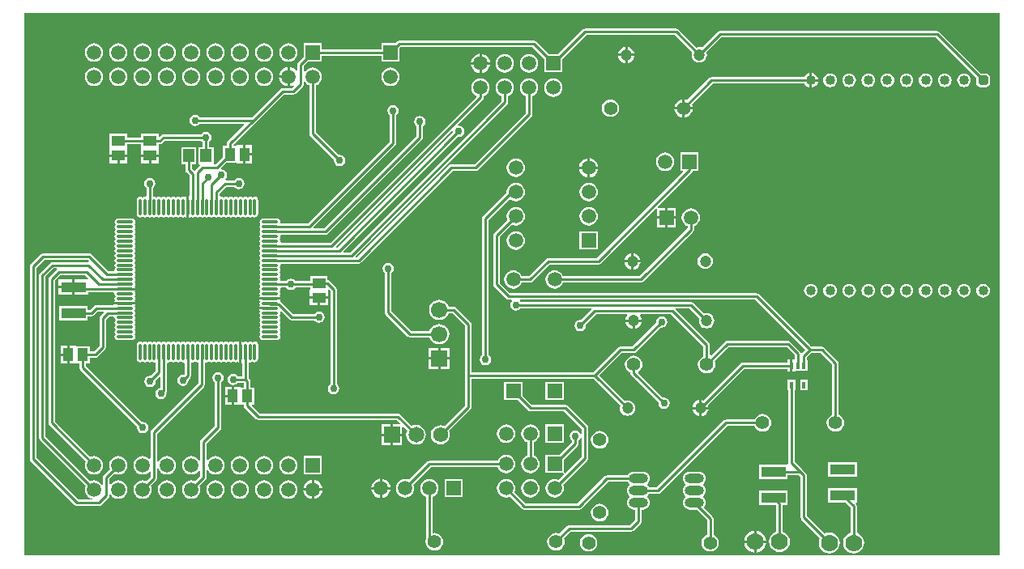
<source format=gtl>
G04 Layer_Physical_Order=1*
G04 Layer_Color=255*
%FSLAX25Y25*%
%MOIN*%
G70*
G01*
G75*
%ADD10R,0.01575X0.02756*%
%ADD11R,0.10236X0.04331*%
%ADD12O,0.01181X0.06890*%
%ADD13O,0.06890X0.01181*%
%ADD14R,0.04331X0.05512*%
%ADD15R,0.05512X0.04331*%
%ADD16R,0.04724X0.05512*%
%ADD17C,0.01000*%
%ADD18C,0.04724*%
%ADD19C,0.07000*%
%ADD20C,0.05512*%
%ADD21C,0.06693*%
%ADD22R,0.06693X0.06693*%
%ADD23C,0.05906*%
%ADD24R,0.05906X0.05906*%
%ADD25C,0.06200*%
%ADD26C,0.06500*%
%ADD27R,0.06500X0.06500*%
%ADD28R,0.05906X0.05906*%
%ADD29O,0.07874X0.03937*%
%ADD30O,0.07874X0.03937*%
G04:AMPARAMS|DCode=31|XSize=40mil|YSize=40mil|CornerRadius=10mil|HoleSize=0mil|Usage=FLASHONLY|Rotation=270.000|XOffset=0mil|YOffset=0mil|HoleType=Round|Shape=RoundedRectangle|*
%AMROUNDEDRECTD31*
21,1,0.04000,0.02000,0,0,270.0*
21,1,0.02000,0.04000,0,0,270.0*
1,1,0.02000,-0.01000,-0.01000*
1,1,0.02000,-0.01000,0.01000*
1,1,0.02000,0.01000,0.01000*
1,1,0.02000,0.01000,-0.01000*
%
%ADD31ROUNDEDRECTD31*%
%ADD32C,0.04000*%
%ADD33C,0.03000*%
G36*
X502674Y87826D02*
X101326D01*
Y91500D01*
Y100000D01*
Y311175D01*
X502674D01*
Y87826D01*
D02*
G37*
%LPC*%
G36*
X349500Y297325D02*
Y294500D01*
X352325D01*
X352276Y294878D01*
X351937Y295696D01*
X351398Y296398D01*
X350696Y296937D01*
X349878Y297276D01*
X349500Y297325D01*
D02*
G37*
G36*
X348500D02*
X348122Y297276D01*
X347304Y296937D01*
X346602Y296398D01*
X346063Y295696D01*
X345724Y294878D01*
X345675Y294500D01*
X348500D01*
Y297325D01*
D02*
G37*
G36*
X210000Y298785D02*
X209020Y298656D01*
X208107Y298278D01*
X207324Y297676D01*
X206722Y296893D01*
X206344Y295980D01*
X206215Y295000D01*
X206344Y294020D01*
X206722Y293107D01*
X207324Y292323D01*
X208107Y291722D01*
X209020Y291344D01*
X210000Y291215D01*
X210980Y291344D01*
X211893Y291722D01*
X212677Y292323D01*
X213278Y293107D01*
X213656Y294020D01*
X213785Y295000D01*
X213656Y295980D01*
X213278Y296893D01*
X212677Y297676D01*
X211893Y298278D01*
X210980Y298656D01*
X210000Y298785D01*
D02*
G37*
G36*
X200000D02*
X199020Y298656D01*
X198107Y298278D01*
X197324Y297676D01*
X196722Y296893D01*
X196344Y295980D01*
X196215Y295000D01*
X196344Y294020D01*
X196722Y293107D01*
X197324Y292323D01*
X198107Y291722D01*
X199020Y291344D01*
X200000Y291215D01*
X200980Y291344D01*
X201893Y291722D01*
X202677Y292323D01*
X203278Y293107D01*
X203656Y294020D01*
X203785Y295000D01*
X203656Y295980D01*
X203278Y296893D01*
X202677Y297676D01*
X201893Y298278D01*
X200980Y298656D01*
X200000Y298785D01*
D02*
G37*
G36*
X190000D02*
X189020Y298656D01*
X188107Y298278D01*
X187323Y297676D01*
X186722Y296893D01*
X186344Y295980D01*
X186215Y295000D01*
X186344Y294020D01*
X186722Y293107D01*
X187323Y292323D01*
X188107Y291722D01*
X189020Y291344D01*
X190000Y291215D01*
X190980Y291344D01*
X191893Y291722D01*
X192676Y292323D01*
X193278Y293107D01*
X193656Y294020D01*
X193785Y295000D01*
X193656Y295980D01*
X193278Y296893D01*
X192676Y297676D01*
X191893Y298278D01*
X190980Y298656D01*
X190000Y298785D01*
D02*
G37*
G36*
X180000D02*
X179020Y298656D01*
X178107Y298278D01*
X177323Y297676D01*
X176722Y296893D01*
X176344Y295980D01*
X176215Y295000D01*
X176344Y294020D01*
X176722Y293107D01*
X177323Y292323D01*
X178107Y291722D01*
X179020Y291344D01*
X180000Y291215D01*
X180980Y291344D01*
X181893Y291722D01*
X182676Y292323D01*
X183278Y293107D01*
X183656Y294020D01*
X183785Y295000D01*
X183656Y295980D01*
X183278Y296893D01*
X182676Y297676D01*
X181893Y298278D01*
X180980Y298656D01*
X180000Y298785D01*
D02*
G37*
G36*
X170000D02*
X169020Y298656D01*
X168107Y298278D01*
X167324Y297676D01*
X166722Y296893D01*
X166344Y295980D01*
X166215Y295000D01*
X166344Y294020D01*
X166722Y293107D01*
X167324Y292323D01*
X168107Y291722D01*
X169020Y291344D01*
X170000Y291215D01*
X170980Y291344D01*
X171893Y291722D01*
X172677Y292323D01*
X173278Y293107D01*
X173656Y294020D01*
X173785Y295000D01*
X173656Y295980D01*
X173278Y296893D01*
X172677Y297676D01*
X171893Y298278D01*
X170980Y298656D01*
X170000Y298785D01*
D02*
G37*
G36*
X160000D02*
X159020Y298656D01*
X158107Y298278D01*
X157324Y297676D01*
X156722Y296893D01*
X156344Y295980D01*
X156215Y295000D01*
X156344Y294020D01*
X156722Y293107D01*
X157324Y292323D01*
X158107Y291722D01*
X159020Y291344D01*
X160000Y291215D01*
X160980Y291344D01*
X161893Y291722D01*
X162677Y292323D01*
X163278Y293107D01*
X163656Y294020D01*
X163785Y295000D01*
X163656Y295980D01*
X163278Y296893D01*
X162677Y297676D01*
X161893Y298278D01*
X160980Y298656D01*
X160000Y298785D01*
D02*
G37*
G36*
X150000D02*
X149020Y298656D01*
X148107Y298278D01*
X147324Y297676D01*
X146722Y296893D01*
X146344Y295980D01*
X146215Y295000D01*
X146344Y294020D01*
X146722Y293107D01*
X147324Y292323D01*
X148107Y291722D01*
X149020Y291344D01*
X150000Y291215D01*
X150980Y291344D01*
X151893Y291722D01*
X152676Y292323D01*
X153278Y293107D01*
X153656Y294020D01*
X153785Y295000D01*
X153656Y295980D01*
X153278Y296893D01*
X152676Y297676D01*
X151893Y298278D01*
X150980Y298656D01*
X150000Y298785D01*
D02*
G37*
G36*
X140000D02*
X139020Y298656D01*
X138107Y298278D01*
X137323Y297676D01*
X136722Y296893D01*
X136344Y295980D01*
X136215Y295000D01*
X136344Y294020D01*
X136722Y293107D01*
X137323Y292323D01*
X138107Y291722D01*
X139020Y291344D01*
X140000Y291215D01*
X140980Y291344D01*
X141893Y291722D01*
X142676Y292323D01*
X143278Y293107D01*
X143656Y294020D01*
X143785Y295000D01*
X143656Y295980D01*
X143278Y296893D01*
X142676Y297676D01*
X141893Y298278D01*
X140980Y298656D01*
X140000Y298785D01*
D02*
G37*
G36*
X130000D02*
X129020Y298656D01*
X128107Y298278D01*
X127323Y297676D01*
X126722Y296893D01*
X126344Y295980D01*
X126215Y295000D01*
X126344Y294020D01*
X126722Y293107D01*
X127323Y292323D01*
X128107Y291722D01*
X129020Y291344D01*
X130000Y291215D01*
X130980Y291344D01*
X131893Y291722D01*
X132676Y292323D01*
X133278Y293107D01*
X133656Y294020D01*
X133785Y295000D01*
X133656Y295980D01*
X133278Y296893D01*
X132676Y297676D01*
X131893Y298278D01*
X130980Y298656D01*
X130000Y298785D01*
D02*
G37*
G36*
X289500Y294421D02*
Y291000D01*
X292921D01*
X292851Y291532D01*
X292453Y292493D01*
X291819Y293319D01*
X290993Y293953D01*
X290032Y294351D01*
X289500Y294421D01*
D02*
G37*
G36*
X288500D02*
X287968Y294351D01*
X287007Y293953D01*
X286181Y293319D01*
X285547Y292493D01*
X285149Y291532D01*
X285079Y291000D01*
X288500D01*
Y294421D01*
D02*
G37*
G36*
X352325Y293500D02*
X349500D01*
Y290675D01*
X349878Y290724D01*
X350696Y291063D01*
X351398Y291602D01*
X351937Y292304D01*
X352276Y293122D01*
X352325Y293500D01*
D02*
G37*
G36*
X348500D02*
X345675D01*
X345724Y293122D01*
X346063Y292304D01*
X346602Y291602D01*
X347304Y291063D01*
X348122Y290724D01*
X348500Y290675D01*
Y293500D01*
D02*
G37*
G36*
X309000Y294285D02*
X308020Y294156D01*
X307107Y293778D01*
X306324Y293177D01*
X305722Y292393D01*
X305344Y291480D01*
X305215Y290500D01*
X305344Y289520D01*
X305722Y288607D01*
X306324Y287824D01*
X307107Y287222D01*
X308020Y286844D01*
X309000Y286715D01*
X309980Y286844D01*
X310893Y287222D01*
X311677Y287824D01*
X312278Y288607D01*
X312656Y289520D01*
X312785Y290500D01*
X312656Y291480D01*
X312278Y292393D01*
X311677Y293177D01*
X310893Y293778D01*
X309980Y294156D01*
X309000Y294285D01*
D02*
G37*
G36*
X299000D02*
X298020Y294156D01*
X297107Y293778D01*
X296323Y293177D01*
X295722Y292393D01*
X295344Y291480D01*
X295215Y290500D01*
X295344Y289520D01*
X295722Y288607D01*
X296323Y287824D01*
X297107Y287222D01*
X298020Y286844D01*
X299000Y286715D01*
X299980Y286844D01*
X300893Y287222D01*
X301677Y287824D01*
X302278Y288607D01*
X302656Y289520D01*
X302785Y290500D01*
X302656Y291480D01*
X302278Y292393D01*
X301677Y293177D01*
X300893Y293778D01*
X299980Y294156D01*
X299000Y294285D01*
D02*
G37*
G36*
X292921Y290000D02*
X289500D01*
Y286579D01*
X290032Y286649D01*
X290993Y287047D01*
X291819Y287681D01*
X292453Y288507D01*
X292851Y289468D01*
X292921Y290000D01*
D02*
G37*
G36*
X288500D02*
X285079D01*
X285149Y289468D01*
X285547Y288507D01*
X286181Y287681D01*
X287007Y287047D01*
X287968Y286649D01*
X288500Y286579D01*
Y290000D01*
D02*
G37*
G36*
X209500Y288921D02*
X208968Y288851D01*
X208007Y288453D01*
X207181Y287819D01*
X206547Y286993D01*
X206149Y286032D01*
X206079Y285500D01*
X209500D01*
Y288921D01*
D02*
G37*
G36*
X425425Y286460D02*
Y284000D01*
X427885D01*
X427848Y284283D01*
X427546Y285013D01*
X427065Y285640D01*
X426438Y286121D01*
X425708Y286423D01*
X425425Y286460D01*
D02*
G37*
G36*
X252000Y288785D02*
X251020Y288656D01*
X250107Y288278D01*
X249324Y287677D01*
X248722Y286893D01*
X248344Y285980D01*
X248215Y285000D01*
X248344Y284020D01*
X248722Y283107D01*
X249324Y282324D01*
X250107Y281722D01*
X251020Y281344D01*
X252000Y281215D01*
X252980Y281344D01*
X253893Y281722D01*
X254677Y282324D01*
X255278Y283107D01*
X255656Y284020D01*
X255785Y285000D01*
X255656Y285980D01*
X255278Y286893D01*
X254677Y287677D01*
X253893Y288278D01*
X252980Y288656D01*
X252000Y288785D01*
D02*
G37*
G36*
X200000D02*
X199020Y288656D01*
X198107Y288278D01*
X197324Y287677D01*
X196722Y286893D01*
X196344Y285980D01*
X196215Y285000D01*
X196344Y284020D01*
X196722Y283107D01*
X197324Y282324D01*
X198107Y281722D01*
X199020Y281344D01*
X200000Y281215D01*
X200980Y281344D01*
X201893Y281722D01*
X202677Y282324D01*
X203278Y283107D01*
X203656Y284020D01*
X203785Y285000D01*
X203656Y285980D01*
X203278Y286893D01*
X202677Y287677D01*
X201893Y288278D01*
X200980Y288656D01*
X200000Y288785D01*
D02*
G37*
G36*
X190000D02*
X189020Y288656D01*
X188107Y288278D01*
X187323Y287677D01*
X186722Y286893D01*
X186344Y285980D01*
X186215Y285000D01*
X186344Y284020D01*
X186722Y283107D01*
X187323Y282324D01*
X188107Y281722D01*
X189020Y281344D01*
X190000Y281215D01*
X190980Y281344D01*
X191893Y281722D01*
X192676Y282324D01*
X193278Y283107D01*
X193656Y284020D01*
X193785Y285000D01*
X193656Y285980D01*
X193278Y286893D01*
X192676Y287677D01*
X191893Y288278D01*
X190980Y288656D01*
X190000Y288785D01*
D02*
G37*
G36*
X180000D02*
X179020Y288656D01*
X178107Y288278D01*
X177323Y287677D01*
X176722Y286893D01*
X176344Y285980D01*
X176215Y285000D01*
X176344Y284020D01*
X176722Y283107D01*
X177323Y282324D01*
X178107Y281722D01*
X179020Y281344D01*
X180000Y281215D01*
X180980Y281344D01*
X181893Y281722D01*
X182676Y282324D01*
X183278Y283107D01*
X183656Y284020D01*
X183785Y285000D01*
X183656Y285980D01*
X183278Y286893D01*
X182676Y287677D01*
X181893Y288278D01*
X180980Y288656D01*
X180000Y288785D01*
D02*
G37*
G36*
X170000D02*
X169020Y288656D01*
X168107Y288278D01*
X167324Y287677D01*
X166722Y286893D01*
X166344Y285980D01*
X166215Y285000D01*
X166344Y284020D01*
X166722Y283107D01*
X167324Y282324D01*
X168107Y281722D01*
X169020Y281344D01*
X170000Y281215D01*
X170980Y281344D01*
X171893Y281722D01*
X172677Y282324D01*
X173278Y283107D01*
X173656Y284020D01*
X173785Y285000D01*
X173656Y285980D01*
X173278Y286893D01*
X172677Y287677D01*
X171893Y288278D01*
X170980Y288656D01*
X170000Y288785D01*
D02*
G37*
G36*
X160000D02*
X159020Y288656D01*
X158107Y288278D01*
X157324Y287677D01*
X156722Y286893D01*
X156344Y285980D01*
X156215Y285000D01*
X156344Y284020D01*
X156722Y283107D01*
X157324Y282324D01*
X158107Y281722D01*
X159020Y281344D01*
X160000Y281215D01*
X160980Y281344D01*
X161893Y281722D01*
X162677Y282324D01*
X163278Y283107D01*
X163656Y284020D01*
X163785Y285000D01*
X163656Y285980D01*
X163278Y286893D01*
X162677Y287677D01*
X161893Y288278D01*
X160980Y288656D01*
X160000Y288785D01*
D02*
G37*
G36*
X150000D02*
X149020Y288656D01*
X148107Y288278D01*
X147324Y287677D01*
X146722Y286893D01*
X146344Y285980D01*
X146215Y285000D01*
X146344Y284020D01*
X146722Y283107D01*
X147324Y282324D01*
X148107Y281722D01*
X149020Y281344D01*
X150000Y281215D01*
X150980Y281344D01*
X151893Y281722D01*
X152676Y282324D01*
X153278Y283107D01*
X153656Y284020D01*
X153785Y285000D01*
X153656Y285980D01*
X153278Y286893D01*
X152676Y287677D01*
X151893Y288278D01*
X150980Y288656D01*
X150000Y288785D01*
D02*
G37*
G36*
X140000D02*
X139020Y288656D01*
X138107Y288278D01*
X137323Y287677D01*
X136722Y286893D01*
X136344Y285980D01*
X136215Y285000D01*
X136344Y284020D01*
X136722Y283107D01*
X137323Y282324D01*
X138107Y281722D01*
X139020Y281344D01*
X140000Y281215D01*
X140980Y281344D01*
X141893Y281722D01*
X142676Y282324D01*
X143278Y283107D01*
X143656Y284020D01*
X143785Y285000D01*
X143656Y285980D01*
X143278Y286893D01*
X142676Y287677D01*
X141893Y288278D01*
X140980Y288656D01*
X140000Y288785D01*
D02*
G37*
G36*
X130000D02*
X129020Y288656D01*
X128107Y288278D01*
X127323Y287677D01*
X126722Y286893D01*
X126344Y285980D01*
X126215Y285000D01*
X126344Y284020D01*
X126722Y283107D01*
X127323Y282324D01*
X128107Y281722D01*
X129020Y281344D01*
X130000Y281215D01*
X130980Y281344D01*
X131893Y281722D01*
X132676Y282324D01*
X133278Y283107D01*
X133656Y284020D01*
X133785Y285000D01*
X133656Y285980D01*
X133278Y286893D01*
X132676Y287677D01*
X131893Y288278D01*
X130980Y288656D01*
X130000Y288785D01*
D02*
G37*
G36*
X209500Y284500D02*
X206079D01*
X206149Y283968D01*
X206547Y283007D01*
X207181Y282181D01*
X208007Y281547D01*
X208968Y281149D01*
X209500Y281079D01*
Y284500D01*
D02*
G37*
G36*
X487917Y286324D02*
X487186Y286228D01*
X486505Y285946D01*
X485920Y285497D01*
X485471Y284912D01*
X485189Y284231D01*
X485093Y283500D01*
X485189Y282769D01*
X485471Y282088D01*
X485920Y281503D01*
X486505Y281054D01*
X487186Y280772D01*
X487917Y280676D01*
X488648Y280772D01*
X489329Y281054D01*
X489914Y281503D01*
X490363Y282088D01*
X490645Y282769D01*
X490741Y283500D01*
X490645Y284231D01*
X490363Y284912D01*
X489914Y285497D01*
X489329Y285946D01*
X488648Y286228D01*
X487917Y286324D01*
D02*
G37*
G36*
X480043D02*
X479312Y286228D01*
X478631Y285946D01*
X478046Y285497D01*
X477598Y284912D01*
X477315Y284231D01*
X477219Y283500D01*
X477315Y282769D01*
X477598Y282088D01*
X478046Y281503D01*
X478631Y281054D01*
X479312Y280772D01*
X480043Y280676D01*
X480774Y280772D01*
X481455Y281054D01*
X482040Y281503D01*
X482489Y282088D01*
X482771Y282769D01*
X482867Y283500D01*
X482771Y284231D01*
X482489Y284912D01*
X482040Y285497D01*
X481455Y285946D01*
X480774Y286228D01*
X480043Y286324D01*
D02*
G37*
G36*
X472169D02*
X471438Y286228D01*
X470757Y285946D01*
X470172Y285497D01*
X469724Y284912D01*
X469441Y284231D01*
X469345Y283500D01*
X469441Y282769D01*
X469724Y282088D01*
X470172Y281503D01*
X470757Y281054D01*
X471438Y280772D01*
X472169Y280676D01*
X472900Y280772D01*
X473581Y281054D01*
X474166Y281503D01*
X474615Y282088D01*
X474897Y282769D01*
X474994Y283500D01*
X474897Y284231D01*
X474615Y284912D01*
X474166Y285497D01*
X473581Y285946D01*
X472900Y286228D01*
X472169Y286324D01*
D02*
G37*
G36*
X464295D02*
X463564Y286228D01*
X462883Y285946D01*
X462298Y285497D01*
X461849Y284912D01*
X461567Y284231D01*
X461471Y283500D01*
X461567Y282769D01*
X461849Y282088D01*
X462298Y281503D01*
X462883Y281054D01*
X463564Y280772D01*
X464295Y280676D01*
X465026Y280772D01*
X465707Y281054D01*
X466292Y281503D01*
X466741Y282088D01*
X467023Y282769D01*
X467119Y283500D01*
X467023Y284231D01*
X466741Y284912D01*
X466292Y285497D01*
X465707Y285946D01*
X465026Y286228D01*
X464295Y286324D01*
D02*
G37*
G36*
X456421D02*
X455690Y286228D01*
X455009Y285946D01*
X454424Y285497D01*
X453975Y284912D01*
X453693Y284231D01*
X453597Y283500D01*
X453693Y282769D01*
X453975Y282088D01*
X454424Y281503D01*
X455009Y281054D01*
X455690Y280772D01*
X456421Y280676D01*
X457152Y280772D01*
X457833Y281054D01*
X458418Y281503D01*
X458867Y282088D01*
X459149Y282769D01*
X459245Y283500D01*
X459149Y284231D01*
X458867Y284912D01*
X458418Y285497D01*
X457833Y285946D01*
X457152Y286228D01*
X456421Y286324D01*
D02*
G37*
G36*
X448547D02*
X447816Y286228D01*
X447135Y285946D01*
X446550Y285497D01*
X446102Y284912D01*
X445819Y284231D01*
X445723Y283500D01*
X445819Y282769D01*
X446102Y282088D01*
X446550Y281503D01*
X447135Y281054D01*
X447816Y280772D01*
X448547Y280676D01*
X449278Y280772D01*
X449959Y281054D01*
X450544Y281503D01*
X450993Y282088D01*
X451275Y282769D01*
X451371Y283500D01*
X451275Y284231D01*
X450993Y284912D01*
X450544Y285497D01*
X449959Y285946D01*
X449278Y286228D01*
X448547Y286324D01*
D02*
G37*
G36*
X440673D02*
X439942Y286228D01*
X439261Y285946D01*
X438676Y285497D01*
X438227Y284912D01*
X437945Y284231D01*
X437849Y283500D01*
X437945Y282769D01*
X438227Y282088D01*
X438676Y281503D01*
X439261Y281054D01*
X439942Y280772D01*
X440673Y280676D01*
X441404Y280772D01*
X442085Y281054D01*
X442670Y281503D01*
X443119Y282088D01*
X443401Y282769D01*
X443497Y283500D01*
X443401Y284231D01*
X443119Y284912D01*
X442670Y285497D01*
X442085Y285946D01*
X441404Y286228D01*
X440673Y286324D01*
D02*
G37*
G36*
X432799D02*
X432068Y286228D01*
X431387Y285946D01*
X430802Y285497D01*
X430353Y284912D01*
X430071Y284231D01*
X429975Y283500D01*
X430071Y282769D01*
X430353Y282088D01*
X430802Y281503D01*
X431387Y281054D01*
X432068Y280772D01*
X432799Y280676D01*
X433530Y280772D01*
X434211Y281054D01*
X434796Y281503D01*
X435245Y282088D01*
X435527Y282769D01*
X435623Y283500D01*
X435527Y284231D01*
X435245Y284912D01*
X434796Y285497D01*
X434211Y285946D01*
X433530Y286228D01*
X432799Y286324D01*
D02*
G37*
G36*
X369500Y304825D02*
X332000D01*
X331493Y304725D01*
X331063Y304437D01*
X320878Y294253D01*
X317122D01*
X311937Y299437D01*
X311507Y299725D01*
X311000Y299826D01*
X255500D01*
X254993Y299725D01*
X254563Y299437D01*
X253878Y298753D01*
X248247D01*
Y296325D01*
X223753D01*
Y298753D01*
X216247D01*
Y293122D01*
X214063Y290937D01*
X213775Y290507D01*
X213674Y290000D01*
Y287526D01*
X213175Y287356D01*
X212819Y287819D01*
X211993Y288453D01*
X211032Y288851D01*
X210500Y288921D01*
Y285000D01*
Y281079D01*
X211032Y281149D01*
X211993Y281547D01*
X212268Y281143D01*
X211451Y280326D01*
X207500D01*
X206993Y280225D01*
X206563Y279937D01*
X194951Y268325D01*
X173380D01*
X173158Y268658D01*
X172397Y269167D01*
X171500Y269345D01*
X170603Y269167D01*
X169842Y268658D01*
X169333Y267897D01*
X169155Y267000D01*
X169333Y266103D01*
X169842Y265342D01*
X170603Y264833D01*
X171500Y264655D01*
X172397Y264833D01*
X173158Y265342D01*
X173380Y265674D01*
X191647D01*
X191838Y265213D01*
X185063Y258437D01*
X184775Y258007D01*
X184675Y257500D01*
Y256556D01*
X183035D01*
Y251909D01*
X179998Y248873D01*
X179676D01*
X179206Y248944D01*
X179206Y249373D01*
Y256056D01*
X177369D01*
Y258148D01*
X177658Y258342D01*
X178167Y259103D01*
X178345Y260000D01*
X178167Y260897D01*
X177658Y261658D01*
X176897Y262167D01*
X176000Y262345D01*
X175103Y262167D01*
X174342Y261658D01*
X174119Y261326D01*
X158500D01*
X157993Y261225D01*
X157563Y260937D01*
X157018Y260392D01*
X156556Y260584D01*
Y261418D01*
X149444D01*
Y259778D01*
X143556D01*
Y261418D01*
X136444D01*
Y255713D01*
X136244D01*
Y253047D01*
X143756D01*
Y255713D01*
X143556D01*
Y257127D01*
X149444D01*
Y255713D01*
X149244D01*
Y253047D01*
X153000D01*
X156756D01*
Y255713D01*
X156556D01*
Y257127D01*
X156953D01*
X157460Y257228D01*
X157890Y257516D01*
X159049Y258675D01*
X174119D01*
X174342Y258342D01*
X174718Y258090D01*
Y256056D01*
X172881D01*
Y248944D01*
X173398D01*
X173550Y248614D01*
X173570Y248444D01*
X171563Y246437D01*
X171531Y246390D01*
X171034Y246341D01*
X170282Y247092D01*
Y248944D01*
X172119D01*
Y256056D01*
X165795D01*
Y248944D01*
X167631D01*
Y246543D01*
X167732Y246036D01*
X168019Y245606D01*
X169206Y244420D01*
Y236181D01*
X169063Y236063D01*
Y231323D01*
Y226946D01*
X169184Y226970D01*
X169710Y227322D01*
X169720Y227338D01*
X169989Y227159D01*
X170531Y227051D01*
X171074Y227159D01*
X171516Y227454D01*
X171957Y227159D01*
X172500Y227051D01*
X173043Y227159D01*
X173484Y227454D01*
X173926Y227159D01*
X174469Y227051D01*
X175011Y227159D01*
X175453Y227454D01*
X175894Y227159D01*
X176437Y227051D01*
X176980Y227159D01*
X177421Y227454D01*
X177863Y227159D01*
X178405Y227051D01*
X178948Y227159D01*
X179390Y227454D01*
X179831Y227159D01*
X180374Y227051D01*
X180917Y227159D01*
X181358Y227454D01*
X181800Y227159D01*
X182343Y227051D01*
X182885Y227159D01*
X183327Y227454D01*
X183768Y227159D01*
X184311Y227051D01*
X184854Y227159D01*
X185295Y227454D01*
X185737Y227159D01*
X186279Y227051D01*
X186822Y227159D01*
X187264Y227454D01*
X187706Y227159D01*
X188248Y227051D01*
X188791Y227159D01*
X189232Y227454D01*
X189674Y227159D01*
X190217Y227051D01*
X190759Y227159D01*
X191201Y227454D01*
X191642Y227159D01*
X192185Y227051D01*
X192728Y227159D01*
X193169Y227454D01*
X193611Y227159D01*
X194153Y227051D01*
X194696Y227159D01*
X195138Y227454D01*
X195580Y227159D01*
X196122Y227051D01*
X196665Y227159D01*
X197125Y227466D01*
X197432Y227926D01*
X197540Y228468D01*
Y234177D01*
X197432Y234720D01*
X197125Y235180D01*
X196665Y235487D01*
X196122Y235595D01*
X195580Y235487D01*
X195138Y235192D01*
X194696Y235487D01*
X194153Y235595D01*
X193611Y235487D01*
X193169Y235192D01*
X192728Y235487D01*
X192185Y235595D01*
X191642Y235487D01*
X191201Y235192D01*
X190759Y235487D01*
X190217Y235595D01*
X189674Y235487D01*
X189232Y235192D01*
X188791Y235487D01*
X188248Y235595D01*
X187706Y235487D01*
X187264Y235192D01*
X186822Y235487D01*
X186279Y235595D01*
X185737Y235487D01*
X185295Y235192D01*
X184854Y235487D01*
X184311Y235595D01*
X183768Y235487D01*
X183327Y235192D01*
X182885Y235487D01*
X182343Y235595D01*
X182200Y235566D01*
X181700Y235976D01*
Y236982D01*
X184392Y239674D01*
X187619D01*
X187842Y239342D01*
X188603Y238833D01*
X189500Y238655D01*
X190397Y238833D01*
X191158Y239342D01*
X191667Y240103D01*
X191845Y241000D01*
X191667Y241897D01*
X191158Y242658D01*
X190397Y243167D01*
X189500Y243345D01*
X188603Y243167D01*
X187842Y242658D01*
X187619Y242325D01*
X184128D01*
X183976Y242826D01*
X184001Y242842D01*
X184509Y243603D01*
X184688Y244500D01*
X184509Y245397D01*
X184001Y246158D01*
X183240Y246667D01*
X182413Y246831D01*
X182153Y247278D01*
X184319Y249444D01*
X188740D01*
Y249244D01*
X191405D01*
Y253000D01*
Y256756D01*
X188740D01*
Y256556D01*
X187579D01*
X187430Y257056D01*
X196437Y266063D01*
X208049Y277675D01*
X212000D01*
X212507Y277775D01*
X212937Y278063D01*
X215937Y281063D01*
X216225Y281493D01*
X216325Y282000D01*
Y282803D01*
X216826Y282973D01*
X217323Y282324D01*
X218107Y281722D01*
X218674Y281487D01*
Y261500D01*
X218775Y260993D01*
X219063Y260563D01*
X228733Y250892D01*
X228655Y250500D01*
X228833Y249603D01*
X229342Y248842D01*
X230103Y248333D01*
X231000Y248155D01*
X231897Y248333D01*
X232658Y248842D01*
X233167Y249603D01*
X233345Y250500D01*
X233167Y251397D01*
X232658Y252158D01*
X231897Y252667D01*
X231000Y252845D01*
X230608Y252767D01*
X221325Y262049D01*
Y281487D01*
X221893Y281722D01*
X222676Y282324D01*
X223278Y283107D01*
X223656Y284020D01*
X223785Y285000D01*
X223656Y285980D01*
X223278Y286893D01*
X222676Y287677D01*
X221893Y288278D01*
X220980Y288656D01*
X220000Y288785D01*
X219020Y288656D01*
X218107Y288278D01*
X217323Y287677D01*
X216826Y287027D01*
X216325Y287197D01*
Y289451D01*
X218122Y291247D01*
X223753D01*
Y293674D01*
X248247D01*
Y291247D01*
X255753D01*
Y296878D01*
X256049Y297175D01*
X310451D01*
X315247Y292378D01*
Y286747D01*
X322753D01*
Y292378D01*
X332549Y302174D01*
X368951D01*
X376031Y295095D01*
X375919Y294826D01*
X375811Y294000D01*
X375919Y293175D01*
X376238Y292405D01*
X376745Y291745D01*
X377405Y291238D01*
X378174Y290919D01*
X379000Y290810D01*
X379825Y290919D01*
X380595Y291238D01*
X381255Y291745D01*
X381762Y292405D01*
X382081Y293175D01*
X382189Y294000D01*
X382081Y294826D01*
X381969Y295095D01*
X388049Y301174D01*
X476242D01*
X492956Y284461D01*
Y282500D01*
X493096Y281798D01*
X493494Y281202D01*
X494089Y280804D01*
X494791Y280665D01*
X496791D01*
X497494Y280804D01*
X498089Y281202D01*
X498487Y281798D01*
X498627Y282500D01*
Y284500D01*
X498487Y285202D01*
X498089Y285798D01*
X497494Y286196D01*
X496791Y286335D01*
X494831D01*
X477729Y303437D01*
X477299Y303725D01*
X476791Y303825D01*
X387500D01*
X386993Y303725D01*
X386563Y303437D01*
X380095Y296969D01*
X379825Y297081D01*
X379000Y297189D01*
X378174Y297081D01*
X377905Y296969D01*
X370437Y304437D01*
X370007Y304725D01*
X369500Y304825D01*
D02*
G37*
G36*
X427885Y283000D02*
X425425D01*
Y280540D01*
X425708Y280577D01*
X426438Y280879D01*
X427065Y281360D01*
X427546Y281987D01*
X427848Y282717D01*
X427885Y283000D01*
D02*
G37*
G36*
X424425Y286460D02*
X424142Y286423D01*
X423412Y286121D01*
X422786Y285640D01*
X422305Y285013D01*
X422227Y284825D01*
X384000D01*
X383493Y284725D01*
X383063Y284437D01*
X374049Y275424D01*
X373481Y275659D01*
X373000Y275723D01*
Y272500D01*
X376222D01*
X376159Y272980D01*
X375924Y273549D01*
X384549Y282174D01*
X422227D01*
X422305Y281987D01*
X422786Y281360D01*
X423412Y280879D01*
X424142Y280577D01*
X424425Y280540D01*
Y283500D01*
Y286460D01*
D02*
G37*
G36*
X319000Y284285D02*
X318020Y284156D01*
X317107Y283778D01*
X316323Y283176D01*
X315722Y282393D01*
X315344Y281480D01*
X315215Y280500D01*
X315344Y279520D01*
X315722Y278607D01*
X316323Y277823D01*
X317107Y277222D01*
X318020Y276844D01*
X319000Y276715D01*
X319980Y276844D01*
X320893Y277222D01*
X321676Y277823D01*
X322278Y278607D01*
X322656Y279520D01*
X322785Y280500D01*
X322656Y281480D01*
X322278Y282393D01*
X321676Y283176D01*
X320893Y283778D01*
X319980Y284156D01*
X319000Y284285D01*
D02*
G37*
G36*
X372000Y275723D02*
X371519Y275659D01*
X370606Y275281D01*
X369821Y274679D01*
X369219Y273894D01*
X368841Y272980D01*
X368777Y272500D01*
X372000D01*
Y275723D01*
D02*
G37*
G36*
X342500Y275587D02*
X341572Y275464D01*
X340707Y275106D01*
X339964Y274536D01*
X339394Y273793D01*
X339036Y272928D01*
X338913Y272000D01*
X339036Y271072D01*
X339394Y270207D01*
X339964Y269464D01*
X340707Y268894D01*
X341572Y268536D01*
X342500Y268413D01*
X343428Y268536D01*
X344293Y268894D01*
X345036Y269464D01*
X345606Y270207D01*
X345964Y271072D01*
X346087Y272000D01*
X345964Y272928D01*
X345606Y273793D01*
X345036Y274536D01*
X344293Y275106D01*
X343428Y275464D01*
X342500Y275587D01*
D02*
G37*
G36*
X376222Y271500D02*
X373000D01*
Y268278D01*
X373481Y268341D01*
X374394Y268719D01*
X375179Y269321D01*
X375781Y270106D01*
X376159Y271020D01*
X376222Y271500D01*
D02*
G37*
G36*
X372000D02*
X368777D01*
X368841Y271020D01*
X369219Y270106D01*
X369821Y269321D01*
X370606Y268719D01*
X371519Y268341D01*
X372000Y268278D01*
Y271500D01*
D02*
G37*
G36*
X195071Y256756D02*
X192405D01*
Y253500D01*
X195071D01*
Y256756D01*
D02*
G37*
G36*
X156756Y252047D02*
X153500D01*
Y249382D01*
X156756D01*
Y252047D01*
D02*
G37*
G36*
X152500D02*
X149244D01*
Y249382D01*
X152500D01*
Y252047D01*
D02*
G37*
G36*
X143756Y252047D02*
X140500D01*
Y249382D01*
X143756D01*
Y252047D01*
D02*
G37*
G36*
X139500D02*
X136244D01*
Y249382D01*
X139500D01*
Y252047D01*
D02*
G37*
G36*
X195071Y252500D02*
X192405D01*
Y249244D01*
X195071D01*
Y252500D01*
D02*
G37*
G36*
X334000Y251421D02*
Y248000D01*
X337421D01*
X337351Y248532D01*
X336953Y249493D01*
X336319Y250319D01*
X335493Y250953D01*
X334532Y251351D01*
X334000Y251421D01*
D02*
G37*
G36*
X333000D02*
X332468Y251351D01*
X331507Y250953D01*
X330681Y250319D01*
X330047Y249493D01*
X329649Y248532D01*
X329579Y248000D01*
X333000D01*
Y251421D01*
D02*
G37*
G36*
X365000Y253785D02*
X364020Y253656D01*
X363107Y253278D01*
X362323Y252677D01*
X361722Y251893D01*
X361344Y250980D01*
X361215Y250000D01*
X361344Y249020D01*
X361722Y248107D01*
X362323Y247323D01*
X363107Y246722D01*
X364020Y246344D01*
X365000Y246215D01*
X365980Y246344D01*
X366893Y246722D01*
X367676Y247323D01*
X368278Y248107D01*
X368656Y249020D01*
X368785Y250000D01*
X368656Y250980D01*
X368278Y251893D01*
X367676Y252677D01*
X366893Y253278D01*
X365980Y253656D01*
X365000Y253785D01*
D02*
G37*
G36*
X303500Y251285D02*
X302520Y251156D01*
X301607Y250778D01*
X300823Y250177D01*
X300222Y249393D01*
X299844Y248480D01*
X299715Y247500D01*
X299844Y246520D01*
X300222Y245607D01*
X300823Y244824D01*
X301607Y244222D01*
X302520Y243844D01*
X303500Y243715D01*
X304480Y243844D01*
X305393Y244222D01*
X306176Y244824D01*
X306778Y245607D01*
X307156Y246520D01*
X307285Y247500D01*
X307156Y248480D01*
X306778Y249393D01*
X306176Y250177D01*
X305393Y250778D01*
X304480Y251156D01*
X303500Y251285D01*
D02*
G37*
G36*
X337421Y247000D02*
X334000D01*
Y243579D01*
X334532Y243649D01*
X335493Y244047D01*
X336319Y244681D01*
X336953Y245507D01*
X337351Y246468D01*
X337421Y247000D01*
D02*
G37*
G36*
X333000D02*
X329579D01*
X329649Y246468D01*
X330047Y245507D01*
X330681Y244681D01*
X331507Y244047D01*
X332468Y243649D01*
X333000Y243579D01*
Y247000D01*
D02*
G37*
G36*
X152815Y243345D02*
X151918Y243167D01*
X151157Y242658D01*
X150648Y241897D01*
X150470Y241000D01*
X150648Y240103D01*
X151157Y239342D01*
X151489Y239120D01*
Y235976D01*
X150989Y235566D01*
X150847Y235595D01*
X150304Y235487D01*
X149862Y235192D01*
X149420Y235487D01*
X148878Y235595D01*
X148335Y235487D01*
X147875Y235180D01*
X147568Y234720D01*
X147460Y234177D01*
Y228468D01*
X147568Y227926D01*
X147875Y227466D01*
X148335Y227159D01*
X148878Y227051D01*
X149420Y227159D01*
X149862Y227454D01*
X150304Y227159D01*
X150847Y227051D01*
X151389Y227159D01*
X151831Y227454D01*
X152272Y227159D01*
X152815Y227051D01*
X153358Y227159D01*
X153799Y227454D01*
X154241Y227159D01*
X154783Y227051D01*
X155326Y227159D01*
X155768Y227454D01*
X156209Y227159D01*
X156752Y227051D01*
X157294Y227159D01*
X157736Y227454D01*
X158178Y227159D01*
X158721Y227051D01*
X159263Y227159D01*
X159705Y227454D01*
X160146Y227159D01*
X160689Y227051D01*
X161232Y227159D01*
X161673Y227454D01*
X162115Y227159D01*
X162657Y227051D01*
X163200Y227159D01*
X163642Y227454D01*
X164083Y227159D01*
X164626Y227051D01*
X165168Y227159D01*
X165610Y227454D01*
X166052Y227159D01*
X166595Y227051D01*
X167137Y227159D01*
X167405Y227338D01*
X167416Y227322D01*
X167942Y226970D01*
X168063Y226946D01*
Y231323D01*
Y235699D01*
X167942Y235675D01*
X167416Y235324D01*
X167405Y235308D01*
X167137Y235487D01*
X166595Y235595D01*
X166052Y235487D01*
X165610Y235192D01*
X165168Y235487D01*
X164626Y235595D01*
X164083Y235487D01*
X163642Y235192D01*
X163200Y235487D01*
X162657Y235595D01*
X162115Y235487D01*
X161673Y235192D01*
X161232Y235487D01*
X160689Y235595D01*
X160146Y235487D01*
X159705Y235192D01*
X159263Y235487D01*
X158721Y235595D01*
X158178Y235487D01*
X157736Y235192D01*
X157294Y235487D01*
X156752Y235595D01*
X156209Y235487D01*
X155768Y235192D01*
X155326Y235487D01*
X154783Y235595D01*
X154640Y235566D01*
X154140Y235976D01*
Y239120D01*
X154473Y239342D01*
X154982Y240103D01*
X155160Y241000D01*
X154982Y241897D01*
X154473Y242658D01*
X153712Y243167D01*
X152815Y243345D01*
D02*
G37*
G36*
X333500Y241285D02*
X332520Y241156D01*
X331607Y240778D01*
X330823Y240177D01*
X330222Y239393D01*
X329844Y238480D01*
X329715Y237500D01*
X329844Y236520D01*
X330222Y235607D01*
X330823Y234823D01*
X331607Y234222D01*
X332520Y233844D01*
X333500Y233715D01*
X334480Y233844D01*
X335393Y234222D01*
X336176Y234823D01*
X336778Y235607D01*
X337156Y236520D01*
X337285Y237500D01*
X337156Y238480D01*
X336778Y239393D01*
X336176Y240177D01*
X335393Y240778D01*
X334480Y241156D01*
X333500Y241285D01*
D02*
G37*
G36*
X303500D02*
X302520Y241156D01*
X301607Y240778D01*
X300823Y240177D01*
X300222Y239393D01*
X299844Y238480D01*
X299715Y237500D01*
X299763Y237137D01*
X290063Y227437D01*
X289775Y227007D01*
X289674Y226500D01*
Y170380D01*
X289342Y170158D01*
X288833Y169397D01*
X288655Y168500D01*
X288833Y167603D01*
X289342Y166842D01*
X290103Y166333D01*
X291000Y166155D01*
X291897Y166333D01*
X292658Y166842D01*
X293167Y167603D01*
X293345Y168500D01*
X293167Y169397D01*
X292658Y170158D01*
X292325Y170380D01*
Y225951D01*
X301035Y234661D01*
X301607Y234222D01*
X302520Y233844D01*
X303500Y233715D01*
X304480Y233844D01*
X305393Y234222D01*
X306176Y234823D01*
X306778Y235607D01*
X307156Y236520D01*
X307285Y237500D01*
X307156Y238480D01*
X306778Y239393D01*
X306176Y240177D01*
X305393Y240778D01*
X304480Y241156D01*
X303500Y241285D01*
D02*
G37*
G36*
X369453Y230953D02*
X366000D01*
Y227500D01*
X369453D01*
Y230953D01*
D02*
G37*
G36*
X378753Y253753D02*
X371247D01*
Y246247D01*
X372219D01*
X372411Y245785D01*
X336951Y210326D01*
X317000D01*
X317000Y210326D01*
X316493Y210225D01*
X316063Y209937D01*
X308884Y202759D01*
X306013D01*
X305778Y203326D01*
X305176Y204110D01*
X304393Y204711D01*
X303480Y205089D01*
X302500Y205218D01*
X301520Y205089D01*
X300607Y204711D01*
X299823Y204110D01*
X299222Y203326D01*
X298844Y202413D01*
X298715Y201433D01*
X298844Y200453D01*
X299222Y199540D01*
X299823Y198757D01*
X300607Y198155D01*
X301520Y197777D01*
X302500Y197648D01*
X303480Y197777D01*
X304393Y198155D01*
X305176Y198757D01*
X305778Y199540D01*
X306013Y200108D01*
X309433D01*
X309940Y200208D01*
X310370Y200496D01*
X317549Y207675D01*
X337500D01*
X338007Y207775D01*
X338437Y208063D01*
X361047Y230673D01*
X361547Y230466D01*
Y227500D01*
X365000D01*
Y230953D01*
X362034D01*
X361827Y231453D01*
X375937Y245563D01*
X376225Y245993D01*
X376275Y246247D01*
X378753D01*
Y253753D01*
D02*
G37*
G36*
X333500Y231285D02*
X332520Y231156D01*
X331607Y230778D01*
X330823Y230176D01*
X330222Y229393D01*
X329844Y228480D01*
X329715Y227500D01*
X329844Y226520D01*
X330222Y225607D01*
X330823Y224823D01*
X331607Y224222D01*
X332520Y223844D01*
X333500Y223715D01*
X334480Y223844D01*
X335393Y224222D01*
X336176Y224823D01*
X336778Y225607D01*
X337156Y226520D01*
X337285Y227500D01*
X337156Y228480D01*
X336778Y229393D01*
X336176Y230176D01*
X335393Y230778D01*
X334480Y231156D01*
X333500Y231285D01*
D02*
G37*
G36*
X303500D02*
X302520Y231156D01*
X301607Y230778D01*
X300823Y230176D01*
X300222Y229393D01*
X299844Y228480D01*
X299715Y227500D01*
X299844Y226520D01*
X300079Y225953D01*
X294563Y220437D01*
X294275Y220007D01*
X294175Y219500D01*
Y199500D01*
X294275Y198993D01*
X294563Y198563D01*
X299563Y193563D01*
X299993Y193275D01*
X300500Y193175D01*
X301714D01*
X301866Y192675D01*
X301842Y192658D01*
X301333Y191897D01*
X301155Y191000D01*
X301333Y190103D01*
X301842Y189342D01*
X302603Y188833D01*
X303500Y188655D01*
X304397Y188833D01*
X305158Y189342D01*
X305381Y189674D01*
X334593D01*
X334800Y189174D01*
X330393Y184767D01*
X330000Y184845D01*
X329103Y184667D01*
X328342Y184158D01*
X327833Y183397D01*
X327655Y182500D01*
X327833Y181603D01*
X328342Y180842D01*
X329103Y180333D01*
X330000Y180155D01*
X330897Y180333D01*
X331658Y180842D01*
X332167Y181603D01*
X332345Y182500D01*
X332267Y182893D01*
X336549Y187174D01*
X349184D01*
X349431Y186674D01*
X349063Y186196D01*
X348724Y185378D01*
X348675Y185000D01*
X355325D01*
X355276Y185378D01*
X354937Y186196D01*
X354569Y186674D01*
X354816Y187174D01*
X367451D01*
X380675Y173951D01*
Y169800D01*
X380207Y169606D01*
X379464Y169036D01*
X378894Y168293D01*
X378536Y167428D01*
X378413Y166500D01*
X378536Y165572D01*
X378894Y164707D01*
X379464Y163964D01*
X380207Y163394D01*
X381072Y163036D01*
X382000Y162913D01*
X382928Y163036D01*
X383793Y163394D01*
X384536Y163964D01*
X385106Y164707D01*
X385464Y165572D01*
X385587Y166500D01*
X385464Y167428D01*
X385271Y167896D01*
X391049Y173674D01*
X414951D01*
X418175Y170451D01*
Y168413D01*
X417441D01*
Y166035D01*
Y163657D01*
X418728D01*
Y163857D01*
X423646D01*
Y168213D01*
X423385D01*
Y169451D01*
X425108Y171175D01*
X428951D01*
X433674Y166451D01*
Y145800D01*
X433207Y145606D01*
X432464Y145036D01*
X431894Y144293D01*
X431536Y143428D01*
X431413Y142500D01*
X431536Y141572D01*
X431894Y140707D01*
X432464Y139964D01*
X433207Y139394D01*
X434072Y139036D01*
X435000Y138913D01*
X435928Y139036D01*
X436793Y139394D01*
X437536Y139964D01*
X438106Y140707D01*
X438464Y141572D01*
X438587Y142500D01*
X438464Y143428D01*
X438106Y144293D01*
X437536Y145036D01*
X436793Y145606D01*
X436326Y145800D01*
Y167000D01*
X436225Y167507D01*
X435937Y167937D01*
X430437Y173437D01*
X430007Y173725D01*
X429500Y173826D01*
X425108D01*
X403496Y195437D01*
X403066Y195725D01*
X402559Y195826D01*
X301049D01*
X296826Y200049D01*
Y218951D01*
X301953Y224079D01*
X302520Y223844D01*
X303500Y223715D01*
X304480Y223844D01*
X305393Y224222D01*
X306176Y224823D01*
X306778Y225607D01*
X307156Y226520D01*
X307285Y227500D01*
X307156Y228480D01*
X306778Y229393D01*
X306176Y230176D01*
X305393Y230778D01*
X304480Y231156D01*
X303500Y231285D01*
D02*
G37*
G36*
X369453Y226500D02*
X366000D01*
Y223047D01*
X369453D01*
Y226500D01*
D02*
G37*
G36*
X365000D02*
X361547D01*
Y223047D01*
X365000D01*
Y226500D01*
D02*
G37*
G36*
X337253Y221253D02*
X329747D01*
Y213747D01*
X337253D01*
Y221253D01*
D02*
G37*
G36*
X303500Y221285D02*
X302520Y221156D01*
X301607Y220778D01*
X300823Y220177D01*
X300222Y219393D01*
X299844Y218480D01*
X299715Y217500D01*
X299844Y216520D01*
X300222Y215607D01*
X300823Y214824D01*
X301607Y214222D01*
X302520Y213844D01*
X303500Y213715D01*
X304480Y213844D01*
X305393Y214222D01*
X306176Y214824D01*
X306778Y215607D01*
X307156Y216520D01*
X307285Y217500D01*
X307156Y218480D01*
X306778Y219393D01*
X306176Y220177D01*
X305393Y220778D01*
X304480Y221156D01*
X303500Y221285D01*
D02*
G37*
G36*
X309000Y284285D02*
X308020Y284156D01*
X307107Y283778D01*
X306324Y283176D01*
X305722Y282393D01*
X305344Y281480D01*
X305215Y280500D01*
X305344Y279520D01*
X305722Y278607D01*
X306324Y277823D01*
X307107Y277222D01*
X307675Y276987D01*
Y270049D01*
X286498Y248873D01*
X277047D01*
X276540Y248772D01*
X276110Y248484D01*
X238325Y210700D01*
X237727D01*
X237536Y211161D01*
X299937Y273563D01*
X300225Y273993D01*
X300325Y274500D01*
Y276987D01*
X300893Y277222D01*
X301677Y277823D01*
X302278Y278607D01*
X302656Y279520D01*
X302785Y280500D01*
X302656Y281480D01*
X302278Y282393D01*
X301677Y283176D01*
X300893Y283778D01*
X299980Y284156D01*
X299000Y284285D01*
X298020Y284156D01*
X297107Y283778D01*
X296323Y283176D01*
X295722Y282393D01*
X295344Y281480D01*
X295215Y280500D01*
X295344Y279520D01*
X295722Y278607D01*
X296323Y277823D01*
X297107Y277222D01*
X297674Y276987D01*
Y275049D01*
X235294Y212668D01*
X232696D01*
X232504Y213130D01*
X279608Y260233D01*
X280000Y260155D01*
X280897Y260333D01*
X281658Y260842D01*
X282167Y261603D01*
X282345Y262500D01*
X282167Y263397D01*
X281658Y264158D01*
X280897Y264667D01*
X280000Y264845D01*
X279908Y264827D01*
X279662Y265288D01*
X289937Y275563D01*
X290225Y275993D01*
X290325Y276500D01*
Y276987D01*
X290893Y277222D01*
X291676Y277823D01*
X292278Y278607D01*
X292656Y279520D01*
X292785Y280500D01*
X292656Y281480D01*
X292278Y282393D01*
X291676Y283176D01*
X290893Y283778D01*
X289980Y284156D01*
X289000Y284285D01*
X288020Y284156D01*
X287107Y283778D01*
X286323Y283176D01*
X285722Y282393D01*
X285344Y281480D01*
X285215Y280500D01*
X285344Y279520D01*
X285722Y278607D01*
X286323Y277823D01*
X287107Y277222D01*
X287215Y277177D01*
X287313Y276687D01*
X227231Y216605D01*
X206976D01*
X206567Y217105D01*
X206595Y217248D01*
X206487Y217791D01*
X206192Y218232D01*
X206487Y218674D01*
X206595Y219216D01*
X206567Y219360D01*
X206976Y219860D01*
X225185D01*
X225692Y219960D01*
X226122Y220248D01*
X264937Y259063D01*
X265225Y259493D01*
X265325Y260000D01*
Y264619D01*
X265658Y264842D01*
X266167Y265603D01*
X266345Y266500D01*
X266167Y267397D01*
X265658Y268158D01*
X264897Y268667D01*
X264000Y268845D01*
X263103Y268667D01*
X262342Y268158D01*
X261833Y267397D01*
X261655Y266500D01*
X261833Y265603D01*
X262342Y264842D01*
X262674Y264619D01*
Y260549D01*
X224636Y222511D01*
X220349D01*
X220158Y222972D01*
X253937Y256752D01*
X254225Y257182D01*
X254326Y257689D01*
Y269120D01*
X254658Y269342D01*
X255167Y270103D01*
X255345Y271000D01*
X255167Y271897D01*
X254658Y272658D01*
X253897Y273167D01*
X253000Y273345D01*
X252103Y273167D01*
X251342Y272658D01*
X250833Y271897D01*
X250655Y271000D01*
X250833Y270103D01*
X251342Y269342D01*
X251675Y269120D01*
Y258238D01*
X217916Y224479D01*
X206976D01*
X206567Y224979D01*
X206595Y225122D01*
X206487Y225665D01*
X206180Y226125D01*
X205720Y226432D01*
X205177Y226540D01*
X199469D01*
X198926Y226432D01*
X198466Y226125D01*
X198159Y225665D01*
X198051Y225122D01*
X198159Y224580D01*
X198454Y224138D01*
X198159Y223696D01*
X198051Y223153D01*
X198159Y222611D01*
X198454Y222169D01*
X198159Y221728D01*
X198051Y221185D01*
X198159Y220642D01*
X198454Y220201D01*
X198159Y219759D01*
X198051Y219216D01*
X198159Y218674D01*
X198454Y218232D01*
X198159Y217791D01*
X198051Y217248D01*
X198159Y216705D01*
X198454Y216264D01*
X198159Y215822D01*
X198051Y215280D01*
X198159Y214737D01*
X198454Y214295D01*
X198159Y213854D01*
X198051Y213311D01*
X198159Y212769D01*
X198454Y212327D01*
X198159Y211885D01*
X198051Y211343D01*
X198159Y210800D01*
X198454Y210358D01*
X198159Y209917D01*
X198051Y209374D01*
X198159Y208831D01*
X198454Y208390D01*
X198159Y207948D01*
X198051Y207405D01*
X198159Y206863D01*
X198454Y206421D01*
X198159Y205980D01*
X198051Y205437D01*
X198159Y204894D01*
X198454Y204453D01*
X198159Y204011D01*
X198051Y203468D01*
X198159Y202926D01*
X198454Y202484D01*
X198159Y202043D01*
X198051Y201500D01*
X198159Y200957D01*
X198454Y200516D01*
X198159Y200074D01*
X198051Y199531D01*
X198159Y198989D01*
X198454Y198547D01*
X198159Y198106D01*
X198051Y197563D01*
X198159Y197020D01*
X198454Y196579D01*
X198159Y196137D01*
X198051Y195595D01*
X198159Y195052D01*
X198338Y194783D01*
X198322Y194773D01*
X197970Y194247D01*
X197946Y194126D01*
X202323D01*
X206699D01*
X206675Y194247D01*
X206324Y194773D01*
X206308Y194783D01*
X206487Y195052D01*
X206595Y195595D01*
X206487Y196137D01*
X206192Y196579D01*
X206487Y197020D01*
X206595Y197563D01*
X206567Y197706D01*
X206976Y198206D01*
X209098D01*
X209342Y197842D01*
X210103Y197333D01*
X211000Y197155D01*
X211897Y197333D01*
X212658Y197842D01*
X212902Y198206D01*
X218944D01*
Y197213D01*
X218744D01*
Y194547D01*
X226256D01*
Y197115D01*
X226678Y197400D01*
X227222Y196856D01*
Y158412D01*
X226842Y158158D01*
X226333Y157397D01*
X226155Y156500D01*
X226333Y155603D01*
X226842Y154842D01*
X227603Y154333D01*
X228500Y154155D01*
X229397Y154333D01*
X230158Y154842D01*
X230667Y155603D01*
X230845Y156500D01*
X230667Y157397D01*
X230158Y158158D01*
X229873Y158349D01*
Y197406D01*
X229772Y197913D01*
X229485Y198343D01*
X226937Y200890D01*
X226507Y201177D01*
X226056Y201267D01*
Y202918D01*
X218944D01*
Y200857D01*
X212860D01*
X212658Y201158D01*
X211897Y201667D01*
X211000Y201845D01*
X210103Y201667D01*
X209342Y201158D01*
X209140Y200857D01*
X206976D01*
X206567Y201357D01*
X206595Y201500D01*
X206487Y202043D01*
X206192Y202484D01*
X206487Y202926D01*
X206595Y203468D01*
X206487Y204011D01*
X206192Y204453D01*
X206487Y204894D01*
X206595Y205437D01*
X206487Y205980D01*
X206192Y206421D01*
X206487Y206863D01*
X206595Y207405D01*
X206567Y207548D01*
X206976Y208049D01*
X238874D01*
X239381Y208149D01*
X239811Y208437D01*
X277596Y246222D01*
X287047D01*
X287555Y246323D01*
X287984Y246610D01*
X309937Y268563D01*
X310225Y268993D01*
X310326Y269500D01*
Y276987D01*
X310893Y277222D01*
X311677Y277823D01*
X312278Y278607D01*
X312656Y279520D01*
X312785Y280500D01*
X312656Y281480D01*
X312278Y282393D01*
X311677Y283176D01*
X310893Y283778D01*
X309980Y284156D01*
X309000Y284285D01*
D02*
G37*
G36*
X352000Y212325D02*
Y209500D01*
X354825D01*
X354776Y209878D01*
X354437Y210696D01*
X353898Y211398D01*
X353196Y211937D01*
X352378Y212276D01*
X352000Y212325D01*
D02*
G37*
G36*
X351000D02*
X350622Y212276D01*
X349804Y211937D01*
X349102Y211398D01*
X348563Y210696D01*
X348224Y209878D01*
X348175Y209500D01*
X351000D01*
Y212325D01*
D02*
G37*
G36*
X381500Y212190D02*
X380675Y212081D01*
X379905Y211762D01*
X379245Y211255D01*
X378738Y210595D01*
X378419Y209825D01*
X378310Y209000D01*
X378419Y208174D01*
X378738Y207405D01*
X379245Y206745D01*
X379905Y206238D01*
X380675Y205919D01*
X381500Y205810D01*
X382326Y205919D01*
X383095Y206238D01*
X383755Y206745D01*
X384262Y207405D01*
X384581Y208174D01*
X384689Y209000D01*
X384581Y209825D01*
X384262Y210595D01*
X383755Y211255D01*
X383095Y211762D01*
X382326Y212081D01*
X381500Y212190D01*
D02*
G37*
G36*
X354825Y208500D02*
X352000D01*
Y205675D01*
X352378Y205724D01*
X353196Y206063D01*
X353898Y206602D01*
X354437Y207304D01*
X354776Y208122D01*
X354825Y208500D01*
D02*
G37*
G36*
X351000D02*
X348175D01*
X348224Y208122D01*
X348563Y207304D01*
X349102Y206602D01*
X349804Y206063D01*
X350622Y205724D01*
X351000Y205675D01*
Y208500D01*
D02*
G37*
G36*
X145531Y226540D02*
X139823D01*
X139280Y226432D01*
X138820Y226125D01*
X138513Y225665D01*
X138405Y225122D01*
X138513Y224580D01*
X138808Y224138D01*
X138513Y223696D01*
X138405Y223153D01*
X138513Y222611D01*
X138808Y222169D01*
X138513Y221728D01*
X138405Y221185D01*
X138513Y220642D01*
X138808Y220201D01*
X138513Y219759D01*
X138405Y219216D01*
X138513Y218674D01*
X138808Y218232D01*
X138513Y217791D01*
X138405Y217248D01*
X138513Y216705D01*
X138808Y216264D01*
X138513Y215822D01*
X138405Y215280D01*
X138513Y214737D01*
X138808Y214295D01*
X138513Y213854D01*
X138405Y213311D01*
X138513Y212769D01*
X138808Y212327D01*
X138513Y211885D01*
X138405Y211343D01*
X138513Y210800D01*
X138808Y210358D01*
X138513Y209917D01*
X138405Y209374D01*
X138513Y208831D01*
X138808Y208390D01*
X138513Y207948D01*
X138405Y207405D01*
X138513Y206863D01*
X138808Y206421D01*
X138513Y205980D01*
X138405Y205437D01*
X138434Y205294D01*
X138024Y204794D01*
X135954D01*
X128811Y211937D01*
X128381Y212225D01*
X127874Y212326D01*
X109095D01*
X108587Y212225D01*
X108157Y211937D01*
X104063Y207843D01*
X103775Y207413D01*
X103674Y206906D01*
Y127500D01*
X103775Y126993D01*
X104063Y126563D01*
X122063Y108563D01*
X122493Y108275D01*
X123000Y108175D01*
X132000D01*
X132507Y108275D01*
X132937Y108563D01*
X135937Y111563D01*
X136225Y111993D01*
X136326Y112500D01*
Y112803D01*
X136826Y112973D01*
X137323Y112323D01*
X138107Y111722D01*
X139020Y111344D01*
X140000Y111215D01*
X140980Y111344D01*
X141893Y111722D01*
X142676Y112323D01*
X143278Y113107D01*
X143656Y114020D01*
X143785Y115000D01*
X143656Y115980D01*
X143278Y116893D01*
X142676Y117676D01*
X141893Y118278D01*
X140980Y118656D01*
X140000Y118785D01*
X139020Y118656D01*
X138107Y118278D01*
X137323Y117676D01*
X136826Y117027D01*
X136326Y117197D01*
Y119451D01*
X138453Y121579D01*
X139020Y121344D01*
X140000Y121215D01*
X140980Y121344D01*
X141893Y121722D01*
X142676Y122324D01*
X143278Y123107D01*
X143656Y124020D01*
X143785Y125000D01*
X143656Y125980D01*
X143278Y126893D01*
X142676Y127676D01*
X141893Y128278D01*
X140980Y128656D01*
X140000Y128785D01*
X139020Y128656D01*
X138107Y128278D01*
X137323Y127676D01*
X136722Y126893D01*
X136344Y125980D01*
X136215Y125000D01*
X136344Y124020D01*
X136579Y123453D01*
X134063Y120937D01*
X133775Y120507D01*
X133675Y120000D01*
Y117197D01*
X133175Y117027D01*
X132676Y117676D01*
X131893Y118278D01*
X130980Y118656D01*
X130000Y118785D01*
X129020Y118656D01*
X128453Y118421D01*
X110101Y136774D01*
Y202726D01*
X113454Y206080D01*
X114625D01*
X114776Y205580D01*
X114563Y205437D01*
X111563Y202437D01*
X111275Y202007D01*
X111174Y201500D01*
Y142500D01*
X111275Y141993D01*
X111563Y141563D01*
X126579Y126547D01*
X126344Y125980D01*
X126215Y125000D01*
X126344Y124020D01*
X126722Y123107D01*
X127323Y122324D01*
X128107Y121722D01*
X129020Y121344D01*
X130000Y121215D01*
X130980Y121344D01*
X131893Y121722D01*
X132676Y122324D01*
X133278Y123107D01*
X133656Y124020D01*
X133785Y125000D01*
X133656Y125980D01*
X133278Y126893D01*
X132676Y127676D01*
X131893Y128278D01*
X130980Y128656D01*
X130000Y128785D01*
X129020Y128656D01*
X128453Y128421D01*
X113826Y143049D01*
Y200951D01*
X116049Y203174D01*
X126451D01*
X127664Y201961D01*
X127438Y201480D01*
X127193Y201480D01*
X122000D01*
Y198315D01*
Y195150D01*
X127618D01*
Y196238D01*
X138024D01*
X138434Y195738D01*
X138405Y195595D01*
X138513Y195052D01*
X138808Y194610D01*
X138513Y194168D01*
X138405Y193626D01*
X138513Y193083D01*
X138692Y192815D01*
X138676Y192804D01*
X138325Y192278D01*
X138301Y192157D01*
X142677D01*
X147054D01*
X147030Y192278D01*
X146678Y192804D01*
X146662Y192815D01*
X146841Y193083D01*
X146949Y193626D01*
X146841Y194168D01*
X146546Y194610D01*
X146841Y195052D01*
X146949Y195595D01*
X146841Y196137D01*
X146662Y196405D01*
X146678Y196416D01*
X147030Y196942D01*
X147054Y197063D01*
X142677D01*
Y198063D01*
X147054D01*
X147030Y198184D01*
X146678Y198710D01*
X146662Y198721D01*
X146841Y198989D01*
X146949Y199531D01*
X146841Y200074D01*
X146546Y200516D01*
X146841Y200957D01*
X146949Y201500D01*
X146841Y202043D01*
X146546Y202484D01*
X146841Y202926D01*
X146949Y203468D01*
X146841Y204011D01*
X146546Y204453D01*
X146841Y204894D01*
X146949Y205437D01*
X146841Y205980D01*
X146546Y206421D01*
X146841Y206863D01*
X146949Y207405D01*
X146841Y207948D01*
X146546Y208390D01*
X146841Y208831D01*
X146949Y209374D01*
X146841Y209917D01*
X146546Y210358D01*
X146841Y210800D01*
X146949Y211343D01*
X146841Y211885D01*
X146546Y212327D01*
X146841Y212769D01*
X146949Y213311D01*
X146841Y213854D01*
X146546Y214295D01*
X146841Y214737D01*
X146949Y215280D01*
X146841Y215822D01*
X146546Y216264D01*
X146841Y216705D01*
X146949Y217248D01*
X146841Y217791D01*
X146546Y218232D01*
X146841Y218674D01*
X146949Y219216D01*
X146841Y219759D01*
X146546Y220201D01*
X146841Y220642D01*
X146949Y221185D01*
X146841Y221728D01*
X146546Y222169D01*
X146841Y222611D01*
X146949Y223153D01*
X146841Y223696D01*
X146546Y224138D01*
X146841Y224580D01*
X146949Y225122D01*
X146841Y225665D01*
X146534Y226125D01*
X146074Y226432D01*
X145531Y226540D01*
D02*
G37*
G36*
X375500Y230785D02*
X374520Y230656D01*
X373607Y230278D01*
X372824Y229677D01*
X372222Y228893D01*
X371844Y227980D01*
X371715Y227000D01*
X371844Y226020D01*
X372222Y225107D01*
X372824Y224324D01*
X373607Y223722D01*
X374174Y223487D01*
Y222549D01*
X354384Y202759D01*
X323013D01*
X322778Y203326D01*
X322177Y204110D01*
X321393Y204711D01*
X320480Y205089D01*
X319500Y205218D01*
X318520Y205089D01*
X317607Y204711D01*
X316824Y204110D01*
X316222Y203326D01*
X315844Y202413D01*
X315715Y201433D01*
X315844Y200453D01*
X316222Y199540D01*
X316824Y198757D01*
X317607Y198155D01*
X318520Y197777D01*
X319500Y197648D01*
X320480Y197777D01*
X321393Y198155D01*
X322177Y198757D01*
X322778Y199540D01*
X323013Y200108D01*
X354933D01*
X355440Y200208D01*
X355870Y200496D01*
X376437Y221063D01*
X376725Y221493D01*
X376825Y222000D01*
Y223487D01*
X377393Y223722D01*
X378176Y224324D01*
X378778Y225107D01*
X379156Y226020D01*
X379285Y227000D01*
X379156Y227980D01*
X378778Y228893D01*
X378176Y229677D01*
X377393Y230278D01*
X376480Y230656D01*
X375500Y230785D01*
D02*
G37*
G36*
X121000Y201480D02*
X115382D01*
Y198815D01*
X121000D01*
Y201480D01*
D02*
G37*
G36*
Y197815D02*
X115382D01*
Y195150D01*
X121000D01*
Y197815D01*
D02*
G37*
G36*
X495791Y199710D02*
X495060Y199614D01*
X494379Y199332D01*
X493794Y198883D01*
X493346Y198298D01*
X493063Y197617D01*
X492967Y196886D01*
X493063Y196155D01*
X493346Y195474D01*
X493794Y194889D01*
X494379Y194440D01*
X495060Y194158D01*
X495791Y194062D01*
X496522Y194158D01*
X497203Y194440D01*
X497788Y194889D01*
X498237Y195474D01*
X498519Y196155D01*
X498616Y196886D01*
X498519Y197617D01*
X498237Y198298D01*
X497788Y198883D01*
X497203Y199332D01*
X496522Y199614D01*
X495791Y199710D01*
D02*
G37*
G36*
X487917D02*
X487186Y199614D01*
X486505Y199332D01*
X485920Y198883D01*
X485471Y198298D01*
X485189Y197617D01*
X485093Y196886D01*
X485189Y196155D01*
X485471Y195474D01*
X485920Y194889D01*
X486505Y194440D01*
X487186Y194158D01*
X487917Y194062D01*
X488648Y194158D01*
X489329Y194440D01*
X489914Y194889D01*
X490363Y195474D01*
X490645Y196155D01*
X490741Y196886D01*
X490645Y197617D01*
X490363Y198298D01*
X489914Y198883D01*
X489329Y199332D01*
X488648Y199614D01*
X487917Y199710D01*
D02*
G37*
G36*
X480043D02*
X479312Y199614D01*
X478631Y199332D01*
X478046Y198883D01*
X477598Y198298D01*
X477315Y197617D01*
X477219Y196886D01*
X477315Y196155D01*
X477598Y195474D01*
X478046Y194889D01*
X478631Y194440D01*
X479312Y194158D01*
X480043Y194062D01*
X480774Y194158D01*
X481455Y194440D01*
X482040Y194889D01*
X482489Y195474D01*
X482771Y196155D01*
X482867Y196886D01*
X482771Y197617D01*
X482489Y198298D01*
X482040Y198883D01*
X481455Y199332D01*
X480774Y199614D01*
X480043Y199710D01*
D02*
G37*
G36*
X472169D02*
X471438Y199614D01*
X470757Y199332D01*
X470172Y198883D01*
X469724Y198298D01*
X469441Y197617D01*
X469345Y196886D01*
X469441Y196155D01*
X469724Y195474D01*
X470172Y194889D01*
X470757Y194440D01*
X471438Y194158D01*
X472169Y194062D01*
X472900Y194158D01*
X473581Y194440D01*
X474166Y194889D01*
X474615Y195474D01*
X474897Y196155D01*
X474994Y196886D01*
X474897Y197617D01*
X474615Y198298D01*
X474166Y198883D01*
X473581Y199332D01*
X472900Y199614D01*
X472169Y199710D01*
D02*
G37*
G36*
X464295D02*
X463564Y199614D01*
X462883Y199332D01*
X462298Y198883D01*
X461849Y198298D01*
X461567Y197617D01*
X461471Y196886D01*
X461567Y196155D01*
X461849Y195474D01*
X462298Y194889D01*
X462883Y194440D01*
X463564Y194158D01*
X464295Y194062D01*
X465026Y194158D01*
X465707Y194440D01*
X466292Y194889D01*
X466741Y195474D01*
X467023Y196155D01*
X467119Y196886D01*
X467023Y197617D01*
X466741Y198298D01*
X466292Y198883D01*
X465707Y199332D01*
X465026Y199614D01*
X464295Y199710D01*
D02*
G37*
G36*
X456421D02*
X455690Y199614D01*
X455009Y199332D01*
X454424Y198883D01*
X453975Y198298D01*
X453693Y197617D01*
X453597Y196886D01*
X453693Y196155D01*
X453975Y195474D01*
X454424Y194889D01*
X455009Y194440D01*
X455690Y194158D01*
X456421Y194062D01*
X457152Y194158D01*
X457833Y194440D01*
X458418Y194889D01*
X458867Y195474D01*
X459149Y196155D01*
X459245Y196886D01*
X459149Y197617D01*
X458867Y198298D01*
X458418Y198883D01*
X457833Y199332D01*
X457152Y199614D01*
X456421Y199710D01*
D02*
G37*
G36*
X448547D02*
X447816Y199614D01*
X447135Y199332D01*
X446550Y198883D01*
X446102Y198298D01*
X445819Y197617D01*
X445723Y196886D01*
X445819Y196155D01*
X446102Y195474D01*
X446550Y194889D01*
X447135Y194440D01*
X447816Y194158D01*
X448547Y194062D01*
X449278Y194158D01*
X449959Y194440D01*
X450544Y194889D01*
X450993Y195474D01*
X451275Y196155D01*
X451371Y196886D01*
X451275Y197617D01*
X450993Y198298D01*
X450544Y198883D01*
X449959Y199332D01*
X449278Y199614D01*
X448547Y199710D01*
D02*
G37*
G36*
X440673D02*
X439942Y199614D01*
X439261Y199332D01*
X438676Y198883D01*
X438227Y198298D01*
X437945Y197617D01*
X437849Y196886D01*
X437945Y196155D01*
X438227Y195474D01*
X438676Y194889D01*
X439261Y194440D01*
X439942Y194158D01*
X440673Y194062D01*
X441404Y194158D01*
X442085Y194440D01*
X442670Y194889D01*
X443119Y195474D01*
X443401Y196155D01*
X443497Y196886D01*
X443401Y197617D01*
X443119Y198298D01*
X442670Y198883D01*
X442085Y199332D01*
X441404Y199614D01*
X440673Y199710D01*
D02*
G37*
G36*
X432799D02*
X432068Y199614D01*
X431387Y199332D01*
X430802Y198883D01*
X430353Y198298D01*
X430071Y197617D01*
X429975Y196886D01*
X430071Y196155D01*
X430353Y195474D01*
X430802Y194889D01*
X431387Y194440D01*
X432068Y194158D01*
X432799Y194062D01*
X433530Y194158D01*
X434211Y194440D01*
X434796Y194889D01*
X435245Y195474D01*
X435527Y196155D01*
X435623Y196886D01*
X435527Y197617D01*
X435245Y198298D01*
X434796Y198883D01*
X434211Y199332D01*
X433530Y199614D01*
X432799Y199710D01*
D02*
G37*
G36*
X424925D02*
X424194Y199614D01*
X423513Y199332D01*
X422928Y198883D01*
X422479Y198298D01*
X422197Y197617D01*
X422101Y196886D01*
X422197Y196155D01*
X422479Y195474D01*
X422928Y194889D01*
X423513Y194440D01*
X424194Y194158D01*
X424925Y194062D01*
X425656Y194158D01*
X426337Y194440D01*
X426922Y194889D01*
X427371Y195474D01*
X427653Y196155D01*
X427749Y196886D01*
X427653Y197617D01*
X427371Y198298D01*
X426922Y198883D01*
X426337Y199332D01*
X425656Y199614D01*
X424925Y199710D01*
D02*
G37*
G36*
X226256Y193547D02*
X223000D01*
Y190882D01*
X226256D01*
Y193547D01*
D02*
G37*
G36*
X222000D02*
X218744D01*
Y190882D01*
X222000D01*
Y193547D01*
D02*
G37*
G36*
X147054Y191157D02*
X142677D01*
X137937D01*
X137819Y191014D01*
X131004D01*
X130497Y190913D01*
X130067Y190626D01*
X128451Y189011D01*
X127418D01*
Y190650D01*
X115582D01*
Y184720D01*
X127418D01*
Y186360D01*
X129000D01*
X129507Y186460D01*
X129937Y186748D01*
X131553Y188364D01*
X133836D01*
X134027Y187902D01*
X132563Y186437D01*
X132275Y186007D01*
X132175Y185500D01*
Y174049D01*
X129951Y171826D01*
X128170D01*
Y174056D01*
X122465D01*
Y174256D01*
X119799D01*
Y170500D01*
Y166744D01*
X122465D01*
Y166944D01*
X123879D01*
Y165295D01*
X123980Y164788D01*
X124267Y164358D01*
X147733Y140893D01*
X147655Y140500D01*
X147833Y139603D01*
X148342Y138842D01*
X149103Y138333D01*
X150000Y138155D01*
X150897Y138333D01*
X151658Y138842D01*
X152167Y139603D01*
X152345Y140500D01*
X152167Y141397D01*
X151658Y142158D01*
X150897Y142667D01*
X150000Y142845D01*
X149608Y142767D01*
X126530Y165844D01*
Y166944D01*
X128170D01*
Y169175D01*
X130500D01*
X131007Y169275D01*
X131437Y169563D01*
X134437Y172563D01*
X134725Y172993D01*
X134826Y173500D01*
Y184951D01*
X136269Y186395D01*
X138024D01*
X138434Y185895D01*
X138405Y185752D01*
X138513Y185209D01*
X138808Y184768D01*
X138513Y184326D01*
X138405Y183783D01*
X138513Y183241D01*
X138808Y182799D01*
X138513Y182358D01*
X138405Y181815D01*
X138513Y181272D01*
X138808Y180831D01*
X138513Y180389D01*
X138405Y179847D01*
X138513Y179304D01*
X138808Y178862D01*
X138513Y178420D01*
X138405Y177878D01*
X138513Y177335D01*
X138820Y176875D01*
X139280Y176568D01*
X139823Y176460D01*
X145531D01*
X146074Y176568D01*
X146534Y176875D01*
X146841Y177335D01*
X146949Y177878D01*
X146841Y178420D01*
X146546Y178862D01*
X146841Y179304D01*
X146949Y179847D01*
X146841Y180389D01*
X146546Y180831D01*
X146841Y181272D01*
X146949Y181815D01*
X146841Y182358D01*
X146546Y182799D01*
X146841Y183241D01*
X146949Y183783D01*
X146841Y184326D01*
X146546Y184768D01*
X146841Y185209D01*
X146949Y185752D01*
X146841Y186294D01*
X146546Y186736D01*
X146841Y187178D01*
X146949Y187721D01*
X146841Y188263D01*
X146546Y188705D01*
X146841Y189146D01*
X146949Y189689D01*
X146841Y190232D01*
X146662Y190500D01*
X146678Y190511D01*
X147030Y191037D01*
X147054Y191157D01*
D02*
G37*
G36*
X206699Y193126D02*
X202323D01*
X197946D01*
X197970Y193005D01*
X198322Y192479D01*
X198338Y192468D01*
X198159Y192200D01*
X198051Y191657D01*
X198159Y191115D01*
X198338Y190847D01*
X198322Y190836D01*
X197970Y190310D01*
X197946Y190189D01*
X202042D01*
X202094Y190155D01*
X202323Y190109D01*
Y189189D01*
X197946D01*
X197970Y189068D01*
X198322Y188542D01*
X198338Y188531D01*
X198159Y188263D01*
X198051Y187721D01*
X198159Y187178D01*
X198454Y186736D01*
X198159Y186294D01*
X198051Y185752D01*
X198159Y185209D01*
X198454Y184768D01*
X198159Y184326D01*
X198051Y183783D01*
X198159Y183241D01*
X198454Y182799D01*
X198159Y182358D01*
X198051Y181815D01*
X198159Y181272D01*
X198454Y180831D01*
X198159Y180389D01*
X198051Y179847D01*
X198159Y179304D01*
X198454Y178862D01*
X198159Y178420D01*
X198051Y177878D01*
X198159Y177335D01*
X198466Y176875D01*
X198926Y176568D01*
X199469Y176460D01*
X205177D01*
X205720Y176568D01*
X206180Y176875D01*
X206487Y177335D01*
X206595Y177878D01*
X206487Y178420D01*
X206192Y178862D01*
X206487Y179304D01*
X206595Y179847D01*
X206487Y180389D01*
X206192Y180831D01*
X206487Y181272D01*
X206595Y181815D01*
X206487Y182358D01*
X206192Y182799D01*
X206487Y183241D01*
X206595Y183783D01*
X206487Y184326D01*
X206192Y184768D01*
X206487Y185209D01*
X206595Y185752D01*
X206487Y186294D01*
X206192Y186736D01*
X206487Y187178D01*
X206595Y187721D01*
X206506Y188170D01*
X206773Y188397D01*
X206918Y188464D01*
X210320Y185063D01*
X210750Y184775D01*
X211257Y184675D01*
X220620D01*
X220842Y184342D01*
X221603Y183833D01*
X222500Y183655D01*
X223397Y183833D01*
X224158Y184342D01*
X224667Y185103D01*
X224845Y186000D01*
X224667Y186897D01*
X224158Y187658D01*
X223397Y188167D01*
X222500Y188345D01*
X221603Y188167D01*
X220842Y187658D01*
X220620Y187326D01*
X211806D01*
X206815Y192317D01*
X206400Y192594D01*
X206675Y193005D01*
X206699Y193126D01*
D02*
G37*
G36*
X272000Y193182D02*
X270918Y193040D01*
X269909Y192622D01*
X269043Y191957D01*
X268378Y191091D01*
X267960Y190082D01*
X267818Y189000D01*
X267960Y187918D01*
X268378Y186909D01*
X269043Y186043D01*
X269909Y185378D01*
X270918Y184960D01*
X272000Y184818D01*
X273082Y184960D01*
X274091Y185378D01*
X274957Y186043D01*
X275622Y186909D01*
X275939Y187674D01*
X277451D01*
X282675Y182451D01*
Y162000D01*
Y149549D01*
X274160Y141034D01*
X273518Y141300D01*
X272500Y141434D01*
X271482Y141300D01*
X270533Y140907D01*
X269719Y140281D01*
X269093Y139467D01*
X268700Y138518D01*
X268566Y137500D01*
X268700Y136482D01*
X269093Y135533D01*
X269719Y134719D01*
X270533Y134093D01*
X271482Y133700D01*
X272500Y133566D01*
X273518Y133700D01*
X274467Y134093D01*
X275282Y134719D01*
X275907Y135533D01*
X276300Y136482D01*
X276434Y137500D01*
X276300Y138518D01*
X276034Y139159D01*
X284937Y148063D01*
X285225Y148493D01*
X285326Y149000D01*
Y160675D01*
X335451D01*
X346531Y149595D01*
X346419Y149326D01*
X346310Y148500D01*
X346419Y147675D01*
X346738Y146905D01*
X347245Y146245D01*
X347905Y145738D01*
X348675Y145419D01*
X349500Y145310D01*
X350325Y145419D01*
X351095Y145738D01*
X351755Y146245D01*
X352262Y146905D01*
X352581Y147675D01*
X352690Y148500D01*
X352581Y149326D01*
X352262Y150095D01*
X351755Y150755D01*
X351095Y151262D01*
X350325Y151581D01*
X349500Y151690D01*
X348675Y151581D01*
X348405Y151469D01*
X337875Y162000D01*
X347049Y171175D01*
X352000D01*
X352507Y171275D01*
X352937Y171563D01*
X363107Y181733D01*
X363500Y181655D01*
X364397Y181833D01*
X365158Y182342D01*
X365667Y183103D01*
X365845Y184000D01*
X365667Y184897D01*
X365158Y185658D01*
X364397Y186167D01*
X363500Y186345D01*
X362603Y186167D01*
X361842Y185658D01*
X361333Y184897D01*
X361155Y184000D01*
X361233Y183607D01*
X351451Y173826D01*
X346500D01*
X345993Y173725D01*
X345563Y173437D01*
X335451Y163326D01*
X285326D01*
Y183000D01*
X285225Y183507D01*
X284937Y183937D01*
X278937Y189937D01*
X278507Y190225D01*
X278000Y190325D01*
X275939D01*
X275622Y191091D01*
X274957Y191957D01*
X274091Y192622D01*
X273082Y193040D01*
X272000Y193182D01*
D02*
G37*
G36*
X355325Y184000D02*
X352500D01*
Y181175D01*
X352878Y181224D01*
X353696Y181563D01*
X354398Y182102D01*
X354937Y182804D01*
X355276Y183622D01*
X355325Y184000D01*
D02*
G37*
G36*
X351500D02*
X348675D01*
X348724Y183622D01*
X349063Y182804D01*
X349602Y182102D01*
X350304Y181563D01*
X351122Y181224D01*
X351500Y181175D01*
Y184000D01*
D02*
G37*
G36*
X189716Y176054D02*
X189596Y176030D01*
X189070Y175678D01*
X189059Y175662D01*
X188791Y175841D01*
X188248Y175949D01*
X187706Y175841D01*
X187264Y175546D01*
X186822Y175841D01*
X186279Y175949D01*
X185737Y175841D01*
X185295Y175546D01*
X184854Y175841D01*
X184311Y175949D01*
X183768Y175841D01*
X183327Y175546D01*
X182885Y175841D01*
X182343Y175949D01*
X181800Y175841D01*
X181358Y175546D01*
X180917Y175841D01*
X180374Y175949D01*
X179831Y175841D01*
X179390Y175546D01*
X178948Y175841D01*
X178405Y175949D01*
X177863Y175841D01*
X177421Y175546D01*
X176980Y175841D01*
X176437Y175949D01*
X175894Y175841D01*
X175453Y175546D01*
X175011Y175841D01*
X174469Y175949D01*
X173926Y175841D01*
X173484Y175546D01*
X173043Y175841D01*
X172500Y175949D01*
X171957Y175841D01*
X171516Y175546D01*
X171074Y175841D01*
X170531Y175949D01*
X169989Y175841D01*
X169547Y175546D01*
X169106Y175841D01*
X168563Y175949D01*
X168020Y175841D01*
X167579Y175546D01*
X167137Y175841D01*
X166595Y175949D01*
X166052Y175841D01*
X165610Y175546D01*
X165168Y175841D01*
X164626Y175949D01*
X164083Y175841D01*
X163642Y175546D01*
X163200Y175841D01*
X162657Y175949D01*
X162115Y175841D01*
X161673Y175546D01*
X161232Y175841D01*
X160689Y175949D01*
X160146Y175841D01*
X159705Y175546D01*
X159263Y175841D01*
X158721Y175949D01*
X158178Y175841D01*
X157736Y175546D01*
X157294Y175841D01*
X156752Y175949D01*
X156209Y175841D01*
X155768Y175546D01*
X155326Y175841D01*
X154783Y175949D01*
X154241Y175841D01*
X153799Y175546D01*
X153358Y175841D01*
X152815Y175949D01*
X152272Y175841D01*
X151831Y175546D01*
X151389Y175841D01*
X150847Y175949D01*
X150304Y175841D01*
X149862Y175546D01*
X149420Y175841D01*
X148878Y175949D01*
X148335Y175841D01*
X147875Y175534D01*
X147568Y175074D01*
X147460Y174531D01*
Y168823D01*
X147568Y168280D01*
X147875Y167820D01*
X148335Y167513D01*
X148878Y167405D01*
X149420Y167513D01*
X149862Y167808D01*
X150304Y167513D01*
X150847Y167405D01*
X151389Y167513D01*
X151831Y167808D01*
X152272Y167513D01*
X152815Y167405D01*
X153358Y167513D01*
X153799Y167808D01*
X154241Y167513D01*
X154783Y167405D01*
X154927Y167434D01*
X155427Y167025D01*
Y163801D01*
X153393Y161767D01*
X153000Y161845D01*
X152103Y161667D01*
X151342Y161158D01*
X150833Y160397D01*
X150655Y159500D01*
X150833Y158603D01*
X151342Y157842D01*
X152103Y157333D01*
X153000Y157155D01*
X153897Y157333D01*
X154658Y157842D01*
X155167Y158603D01*
X155345Y159500D01*
X155267Y159892D01*
X156933Y161559D01*
X157395Y161367D01*
Y156824D01*
X156603Y156667D01*
X155842Y156158D01*
X155333Y155397D01*
X155155Y154500D01*
X155333Y153603D01*
X155842Y152842D01*
X156603Y152333D01*
X157500Y152155D01*
X158397Y152333D01*
X159158Y152842D01*
X159667Y153603D01*
X159845Y154500D01*
X159759Y154934D01*
X159945Y155213D01*
X160046Y155720D01*
X160046Y155720D01*
Y167025D01*
X160546Y167434D01*
X160689Y167405D01*
X161232Y167513D01*
X161673Y167808D01*
X162115Y167513D01*
X162657Y167405D01*
X163200Y167513D01*
X163642Y167808D01*
X164083Y167513D01*
X164626Y167405D01*
X165168Y167513D01*
X165610Y167808D01*
X166052Y167513D01*
X166595Y167405D01*
X166737Y167434D01*
X167237Y167025D01*
Y162655D01*
X166828Y162299D01*
X166595Y162345D01*
X165697Y162167D01*
X164936Y161658D01*
X164428Y160897D01*
X164249Y160000D01*
X164428Y159103D01*
X164936Y158342D01*
X165697Y157833D01*
X166595Y157655D01*
X167492Y157833D01*
X168253Y158342D01*
X168761Y159103D01*
X168939Y160000D01*
X168861Y160392D01*
X169500Y161031D01*
X169788Y161461D01*
X169888Y161969D01*
Y167025D01*
X170388Y167434D01*
X170531Y167405D01*
X171074Y167513D01*
X171516Y167808D01*
X171957Y167513D01*
X172500Y167405D01*
X172865Y167105D01*
Y158740D01*
X153563Y139437D01*
X153275Y139007D01*
X153174Y138500D01*
Y127805D01*
X152701Y127645D01*
X152676Y127676D01*
X151893Y128278D01*
X150980Y128656D01*
X150000Y128785D01*
X149020Y128656D01*
X148107Y128278D01*
X147324Y127676D01*
X146722Y126893D01*
X146344Y125980D01*
X146215Y125000D01*
X146344Y124020D01*
X146722Y123107D01*
X147324Y122324D01*
X148107Y121722D01*
X149020Y121344D01*
X150000Y121215D01*
X150980Y121344D01*
X151893Y121722D01*
X152676Y122324D01*
X152701Y122355D01*
X153174Y122195D01*
Y120049D01*
X151547Y118421D01*
X150980Y118656D01*
X150000Y118785D01*
X149020Y118656D01*
X148107Y118278D01*
X147324Y117676D01*
X146722Y116893D01*
X146344Y115980D01*
X146215Y115000D01*
X146344Y114020D01*
X146722Y113107D01*
X147324Y112323D01*
X148107Y111722D01*
X149020Y111344D01*
X150000Y111215D01*
X150980Y111344D01*
X151893Y111722D01*
X152676Y112323D01*
X153278Y113107D01*
X153656Y114020D01*
X153785Y115000D01*
X153656Y115980D01*
X153421Y116547D01*
X155437Y118563D01*
X155725Y118993D01*
X155825Y119500D01*
Y124127D01*
X156325Y124160D01*
X156344Y124020D01*
X156722Y123107D01*
X157324Y122324D01*
X158107Y121722D01*
X159020Y121344D01*
X160000Y121215D01*
X160980Y121344D01*
X161893Y121722D01*
X162677Y122324D01*
X163278Y123107D01*
X163656Y124020D01*
X163785Y125000D01*
X163656Y125980D01*
X163278Y126893D01*
X162677Y127676D01*
X161893Y128278D01*
X160980Y128656D01*
X160000Y128785D01*
X159020Y128656D01*
X158107Y128278D01*
X157324Y127676D01*
X156722Y126893D01*
X156344Y125980D01*
X156325Y125840D01*
X155825Y125873D01*
Y137951D01*
X175128Y157253D01*
X175415Y157683D01*
X175516Y158191D01*
Y167210D01*
X176016Y167489D01*
X176437Y167405D01*
X176980Y167513D01*
X177421Y167808D01*
X177863Y167513D01*
X178405Y167405D01*
X178948Y167513D01*
X179390Y167808D01*
X179831Y167513D01*
X180374Y167405D01*
X180917Y167513D01*
X181358Y167808D01*
X181800Y167513D01*
X182343Y167405D01*
X182885Y167513D01*
X183327Y167808D01*
X183768Y167513D01*
X184311Y167405D01*
X184854Y167513D01*
X185295Y167808D01*
X185737Y167513D01*
X186279Y167405D01*
X186822Y167513D01*
X187264Y167808D01*
X187706Y167513D01*
X188248Y167405D01*
X188791Y167513D01*
X189059Y167692D01*
X189070Y167676D01*
X189596Y167325D01*
X189716Y167301D01*
Y171677D01*
Y176054D01*
D02*
G37*
G36*
X251000Y208345D02*
X250103Y208167D01*
X249342Y207658D01*
X248833Y206897D01*
X248655Y206000D01*
X248833Y205103D01*
X249342Y204342D01*
X249675Y204119D01*
Y188000D01*
X249775Y187493D01*
X250063Y187063D01*
X259063Y178063D01*
X259493Y177775D01*
X260000Y177674D01*
X268061D01*
X268378Y176909D01*
X269043Y176043D01*
X269909Y175378D01*
X270918Y174960D01*
X272000Y174818D01*
X273082Y174960D01*
X274091Y175378D01*
X274957Y176043D01*
X275622Y176909D01*
X276040Y177918D01*
X276182Y179000D01*
X276040Y180082D01*
X275622Y181091D01*
X274957Y181957D01*
X274091Y182622D01*
X273082Y183040D01*
X272000Y183182D01*
X270918Y183040D01*
X269909Y182622D01*
X269043Y181957D01*
X268378Y181091D01*
X268061Y180325D01*
X260549D01*
X252326Y188549D01*
Y204119D01*
X252658Y204342D01*
X253167Y205103D01*
X253345Y206000D01*
X253167Y206897D01*
X252658Y207658D01*
X251897Y208167D01*
X251000Y208345D01*
D02*
G37*
G36*
X118799Y174256D02*
X116134D01*
Y171000D01*
X118799D01*
Y174256D01*
D02*
G37*
G36*
X276346Y173346D02*
X272500D01*
Y169500D01*
X276346D01*
Y173346D01*
D02*
G37*
G36*
X271500D02*
X267653D01*
Y169500D01*
X271500D01*
Y173346D01*
D02*
G37*
G36*
X190717Y176054D02*
Y171677D01*
Y166937D01*
X190860Y166819D01*
Y161640D01*
X189066D01*
X188843Y161973D01*
X188083Y162481D01*
X187185Y162660D01*
X186288Y162481D01*
X185527Y161973D01*
X185019Y161212D01*
X184840Y160315D01*
X185019Y159417D01*
X185527Y158657D01*
X186288Y158148D01*
X187185Y157970D01*
X188083Y158148D01*
X188843Y158657D01*
X189066Y158990D01*
X191636D01*
X191674Y158951D01*
Y157056D01*
X190260D01*
Y157256D01*
X187594D01*
Y153500D01*
Y149744D01*
X190260D01*
Y149944D01*
X191674D01*
Y149500D01*
X191775Y148993D01*
X192063Y148563D01*
X196563Y144063D01*
X196993Y143775D01*
X197500Y143675D01*
X254451D01*
X255914Y142212D01*
X255722Y141750D01*
X253000D01*
Y138000D01*
X256750D01*
Y140722D01*
X257212Y140914D01*
X258851Y139274D01*
X258554Y138557D01*
X258415Y137500D01*
X258554Y136443D01*
X258962Y135458D01*
X259612Y134611D01*
X260457Y133962D01*
X261443Y133554D01*
X262500Y133415D01*
X263557Y133554D01*
X264543Y133962D01*
X265388Y134611D01*
X266038Y135458D01*
X266446Y136443D01*
X266585Y137500D01*
X266446Y138557D01*
X266038Y139542D01*
X265388Y140389D01*
X264543Y141038D01*
X263557Y141446D01*
X262500Y141585D01*
X261443Y141446D01*
X260726Y141149D01*
X255937Y145937D01*
X255507Y146225D01*
X255000Y146326D01*
X198049D01*
X194892Y149482D01*
X195084Y149944D01*
X195965D01*
Y157056D01*
X194325D01*
Y159500D01*
X194225Y160007D01*
X193937Y160437D01*
X193510Y160864D01*
Y167025D01*
X194010Y167434D01*
X194153Y167405D01*
X194696Y167513D01*
X195138Y167808D01*
X195580Y167513D01*
X196122Y167405D01*
X196665Y167513D01*
X197125Y167820D01*
X197432Y168280D01*
X197540Y168823D01*
Y174531D01*
X197432Y175074D01*
X197125Y175534D01*
X196665Y175841D01*
X196122Y175949D01*
X195580Y175841D01*
X195138Y175546D01*
X194696Y175841D01*
X194153Y175949D01*
X193611Y175841D01*
X193169Y175546D01*
X192728Y175841D01*
X192185Y175949D01*
X191642Y175841D01*
X191374Y175662D01*
X191363Y175678D01*
X190837Y176030D01*
X190717Y176054D01*
D02*
G37*
G36*
X118799Y170000D02*
X116134D01*
Y166744D01*
X118799D01*
Y170000D01*
D02*
G37*
G36*
X276346Y168500D02*
X272500D01*
Y164654D01*
X276346D01*
Y168500D01*
D02*
G37*
G36*
X271500D02*
X267653D01*
Y164654D01*
X271500D01*
Y168500D01*
D02*
G37*
G36*
X416441Y168413D02*
X415154D01*
Y167361D01*
X397035D01*
X396528Y167260D01*
X396098Y166973D01*
X380748Y151622D01*
X380378Y151776D01*
X380000Y151825D01*
Y149000D01*
X382825D01*
X382776Y149378D01*
X382622Y149748D01*
X397585Y164710D01*
X415154D01*
Y163657D01*
X416441D01*
Y166035D01*
Y168413D01*
D02*
G37*
G36*
X423646Y160143D02*
X420472D01*
Y155787D01*
X423646D01*
Y160143D01*
D02*
G37*
G36*
X186594Y157256D02*
X183929D01*
Y154000D01*
X186594D01*
Y157256D01*
D02*
G37*
G36*
X323253Y159320D02*
X315747D01*
Y151814D01*
X323253D01*
Y159320D01*
D02*
G37*
G36*
X186594Y153000D02*
X183929D01*
Y149744D01*
X186594D01*
Y153000D01*
D02*
G37*
G36*
X379000Y151825D02*
X378622Y151776D01*
X377804Y151437D01*
X377102Y150898D01*
X376563Y150196D01*
X376224Y149378D01*
X376175Y149000D01*
X379000D01*
Y151825D01*
D02*
G37*
G36*
X352000Y170087D02*
X351072Y169964D01*
X350207Y169606D01*
X349464Y169036D01*
X348894Y168293D01*
X348536Y167428D01*
X348413Y166500D01*
X348536Y165572D01*
X348894Y164707D01*
X349464Y163964D01*
X350207Y163394D01*
X350675Y163200D01*
Y163000D01*
X350775Y162493D01*
X351063Y162063D01*
X362233Y150892D01*
X362155Y150500D01*
X362333Y149603D01*
X362842Y148842D01*
X363603Y148333D01*
X364500Y148155D01*
X365397Y148333D01*
X366158Y148842D01*
X366667Y149603D01*
X366845Y150500D01*
X366667Y151397D01*
X366158Y152158D01*
X365397Y152667D01*
X364500Y152845D01*
X364107Y152767D01*
X353924Y162951D01*
X354016Y163565D01*
X354536Y163964D01*
X355106Y164707D01*
X355464Y165572D01*
X355587Y166500D01*
X355464Y167428D01*
X355106Y168293D01*
X354536Y169036D01*
X353793Y169606D01*
X352928Y169964D01*
X352000Y170087D01*
D02*
G37*
G36*
X382825Y148000D02*
X380000D01*
Y145175D01*
X380378Y145224D01*
X381196Y145563D01*
X381898Y146102D01*
X382437Y146804D01*
X382776Y147622D01*
X382825Y148000D01*
D02*
G37*
G36*
X379000D02*
X376175D01*
X376224Y147622D01*
X376563Y146804D01*
X377102Y146102D01*
X377804Y145563D01*
X378622Y145224D01*
X379000Y145175D01*
Y148000D01*
D02*
G37*
G36*
X405000Y146087D02*
X404072Y145964D01*
X403207Y145606D01*
X402464Y145036D01*
X401894Y144293D01*
X401700Y143825D01*
X390000D01*
X389493Y143725D01*
X389063Y143437D01*
X361451Y115825D01*
X358416D01*
X358387Y115896D01*
X357943Y116474D01*
X357669Y116685D01*
Y117315D01*
X357943Y117525D01*
X358387Y118104D01*
X358666Y118777D01*
X358761Y119500D01*
X358666Y120223D01*
X358387Y120896D01*
X357943Y121475D01*
X357365Y121918D01*
X356691Y122197D01*
X355968Y122292D01*
X352031D01*
X351309Y122197D01*
X350635Y121918D01*
X350057Y121475D01*
X349613Y120896D01*
X349584Y120826D01*
X341000D01*
X340493Y120725D01*
X340063Y120437D01*
X328951Y109326D01*
X307549D01*
X302921Y113953D01*
X303156Y114520D01*
X303285Y115500D01*
X303156Y116480D01*
X302778Y117393D01*
X302176Y118176D01*
X301393Y118778D01*
X300480Y119156D01*
X299500Y119285D01*
X298520Y119156D01*
X297607Y118778D01*
X296824Y118176D01*
X296222Y117393D01*
X295844Y116480D01*
X295715Y115500D01*
X295844Y114520D01*
X296222Y113607D01*
X296824Y112823D01*
X297607Y112222D01*
X298520Y111844D01*
X299500Y111715D01*
X300480Y111844D01*
X301047Y112079D01*
X306063Y107063D01*
X306493Y106775D01*
X307000Y106675D01*
X329500D01*
X330007Y106775D01*
X330437Y107063D01*
X341549Y118175D01*
X349584D01*
X349613Y118104D01*
X350057Y117525D01*
X350331Y117315D01*
Y116685D01*
X350057Y116474D01*
X349613Y115896D01*
X349334Y115223D01*
X349239Y114500D01*
X349334Y113777D01*
X349613Y113104D01*
X350057Y112525D01*
X350331Y112315D01*
Y111685D01*
X350057Y111475D01*
X349613Y110896D01*
X349334Y110223D01*
X349239Y109500D01*
X349334Y108777D01*
X349613Y108104D01*
X350057Y107526D01*
X350635Y107082D01*
X351309Y106803D01*
X352031Y106708D01*
X352675D01*
Y102549D01*
X350451Y100326D01*
X325500D01*
X324993Y100225D01*
X324563Y99937D01*
X321396Y96771D01*
X320928Y96964D01*
X320000Y97087D01*
X319072Y96964D01*
X318207Y96606D01*
X317464Y96036D01*
X316894Y95293D01*
X316536Y94428D01*
X316413Y93500D01*
X316536Y92572D01*
X316894Y91707D01*
X317464Y90964D01*
X318207Y90394D01*
X319072Y90036D01*
X320000Y89913D01*
X320928Y90036D01*
X321793Y90394D01*
X322536Y90964D01*
X323106Y91707D01*
X323464Y92572D01*
X323587Y93500D01*
X323464Y94428D01*
X323271Y94896D01*
X326049Y97675D01*
X351000D01*
X351507Y97775D01*
X351937Y98063D01*
X354937Y101063D01*
X355225Y101493D01*
X355326Y102000D01*
Y106708D01*
X355968D01*
X356691Y106803D01*
X357365Y107082D01*
X357943Y107526D01*
X358387Y108104D01*
X358666Y108777D01*
X358761Y109500D01*
X358666Y110223D01*
X358387Y110896D01*
X357943Y111475D01*
X357669Y111685D01*
Y112315D01*
X357943Y112525D01*
X358387Y113104D01*
X358416Y113174D01*
X362000D01*
X362507Y113275D01*
X362937Y113563D01*
X390549Y141174D01*
X401700D01*
X401894Y140707D01*
X402464Y139964D01*
X403207Y139394D01*
X404072Y139036D01*
X405000Y138913D01*
X405928Y139036D01*
X406793Y139394D01*
X407536Y139964D01*
X408106Y140707D01*
X408464Y141572D01*
X408587Y142500D01*
X408464Y143428D01*
X408106Y144293D01*
X407536Y145036D01*
X406793Y145606D01*
X405928Y145964D01*
X405000Y146087D01*
D02*
G37*
G36*
X252000Y141750D02*
X248250D01*
Y138000D01*
X252000D01*
Y141750D01*
D02*
G37*
G36*
X306253Y159320D02*
X298747D01*
Y151814D01*
X304378D01*
X308630Y147563D01*
X309060Y147275D01*
X309567Y147175D01*
X323451D01*
X330675Y139951D01*
Y137907D01*
X330174Y137857D01*
X330167Y137897D01*
X329658Y138658D01*
X328897Y139167D01*
X328000Y139345D01*
X327103Y139167D01*
X326342Y138658D01*
X325833Y137897D01*
X325655Y137000D01*
X325833Y136103D01*
X326342Y135342D01*
X326675Y135119D01*
Y134549D01*
X321378Y129253D01*
X315747D01*
Y121747D01*
X322761D01*
X322915Y121747D01*
X323314Y121309D01*
X323309Y121184D01*
X321047Y118921D01*
X320480Y119156D01*
X319500Y119285D01*
X318520Y119156D01*
X317607Y118778D01*
X316824Y118176D01*
X316222Y117393D01*
X315844Y116480D01*
X315715Y115500D01*
X315844Y114520D01*
X316222Y113607D01*
X316824Y112823D01*
X317607Y112222D01*
X318520Y111844D01*
X319500Y111715D01*
X320480Y111844D01*
X321393Y112222D01*
X322177Y112823D01*
X322778Y113607D01*
X323156Y114520D01*
X323285Y115500D01*
X323156Y116480D01*
X322921Y117047D01*
X332937Y127063D01*
X333225Y127493D01*
X333326Y128000D01*
Y140500D01*
X333225Y141007D01*
X332937Y141437D01*
X324937Y149437D01*
X324507Y149725D01*
X324000Y149826D01*
X310116D01*
X306253Y153689D01*
Y159320D01*
D02*
G37*
G36*
X323253Y141753D02*
X315747D01*
Y134247D01*
X323253D01*
Y141753D01*
D02*
G37*
G36*
X299500Y141785D02*
X298520Y141656D01*
X297607Y141278D01*
X296824Y140676D01*
X296222Y139893D01*
X295844Y138980D01*
X295715Y138000D01*
X295844Y137020D01*
X296222Y136107D01*
X296824Y135324D01*
X297607Y134722D01*
X298520Y134344D01*
X299500Y134215D01*
X300480Y134344D01*
X301393Y134722D01*
X302176Y135324D01*
X302778Y136107D01*
X303156Y137020D01*
X303285Y138000D01*
X303156Y138980D01*
X302778Y139893D01*
X302176Y140676D01*
X301393Y141278D01*
X300480Y141656D01*
X299500Y141785D01*
D02*
G37*
G36*
X256750Y137000D02*
X253000D01*
Y133250D01*
X256750D01*
Y137000D01*
D02*
G37*
G36*
X252000D02*
X248250D01*
Y133250D01*
X252000D01*
Y137000D01*
D02*
G37*
G36*
X338000Y139087D02*
X337072Y138964D01*
X336207Y138606D01*
X335464Y138036D01*
X334894Y137293D01*
X334536Y136428D01*
X334413Y135500D01*
X334536Y134572D01*
X334894Y133707D01*
X335464Y132964D01*
X336207Y132394D01*
X337072Y132036D01*
X338000Y131913D01*
X338928Y132036D01*
X339793Y132394D01*
X340536Y132964D01*
X341106Y133707D01*
X341464Y134572D01*
X341587Y135500D01*
X341464Y136428D01*
X341106Y137293D01*
X340536Y138036D01*
X339793Y138606D01*
X338928Y138964D01*
X338000Y139087D01*
D02*
G37*
G36*
X181000Y163345D02*
X180103Y163167D01*
X179342Y162658D01*
X178833Y161897D01*
X178655Y161000D01*
X178833Y160103D01*
X179342Y159342D01*
X179674Y159119D01*
Y141049D01*
X174063Y135437D01*
X173775Y135007D01*
X173674Y134500D01*
Y127197D01*
X173175Y127027D01*
X172677Y127676D01*
X171893Y128278D01*
X170980Y128656D01*
X170000Y128785D01*
X169020Y128656D01*
X168107Y128278D01*
X167324Y127676D01*
X166722Y126893D01*
X166344Y125980D01*
X166215Y125000D01*
X166344Y124020D01*
X166722Y123107D01*
X167324Y122324D01*
X168107Y121722D01*
X169020Y121344D01*
X170000Y121215D01*
X170980Y121344D01*
X171893Y121722D01*
X172677Y122324D01*
X173175Y122973D01*
X173674Y122803D01*
Y120549D01*
X171547Y118421D01*
X170980Y118656D01*
X170000Y118785D01*
X169020Y118656D01*
X168107Y118278D01*
X167324Y117676D01*
X166722Y116893D01*
X166344Y115980D01*
X166215Y115000D01*
X166344Y114020D01*
X166722Y113107D01*
X167324Y112323D01*
X168107Y111722D01*
X169020Y111344D01*
X170000Y111215D01*
X170980Y111344D01*
X171893Y111722D01*
X172677Y112323D01*
X173278Y113107D01*
X173656Y114020D01*
X173785Y115000D01*
X173656Y115980D01*
X173421Y116547D01*
X175937Y119063D01*
X176225Y119493D01*
X176326Y120000D01*
Y122803D01*
X176825Y122973D01*
X177323Y122324D01*
X178107Y121722D01*
X179020Y121344D01*
X180000Y121215D01*
X180980Y121344D01*
X181893Y121722D01*
X182676Y122324D01*
X183278Y123107D01*
X183656Y124020D01*
X183785Y125000D01*
X183656Y125980D01*
X183278Y126893D01*
X182676Y127676D01*
X181893Y128278D01*
X180980Y128656D01*
X180000Y128785D01*
X179020Y128656D01*
X178107Y128278D01*
X177323Y127676D01*
X176825Y127027D01*
X176326Y127197D01*
Y133951D01*
X181937Y139563D01*
X182225Y139993D01*
X182325Y140500D01*
Y159119D01*
X182658Y159342D01*
X183167Y160103D01*
X183345Y161000D01*
X183167Y161897D01*
X182658Y162658D01*
X181897Y163167D01*
X181000Y163345D01*
D02*
G37*
G36*
X418528Y160143D02*
X415353D01*
Y155787D01*
X415616D01*
Y125874D01*
X415628Y125812D01*
X415376Y125423D01*
Y125423D01*
X415376Y125423D01*
X415376D01*
X415224Y125280D01*
X415097Y125280D01*
X403582D01*
Y119350D01*
X415418D01*
Y120990D01*
X419951D01*
X420734Y120207D01*
Y103441D01*
X420834Y102934D01*
X421122Y102504D01*
X428660Y94966D01*
X428311Y94122D01*
X428163Y93000D01*
X428311Y91878D01*
X428744Y90831D01*
X429433Y89933D01*
X430332Y89244D01*
X431378Y88811D01*
X432500Y88663D01*
X433623Y88811D01*
X434668Y89244D01*
X435567Y89933D01*
X436256Y90831D01*
X436689Y91878D01*
X436837Y93000D01*
X436689Y94122D01*
X436256Y95169D01*
X435567Y96067D01*
X434668Y96756D01*
X433623Y97189D01*
X432500Y97337D01*
X431378Y97189D01*
X430534Y96840D01*
X423385Y103990D01*
Y120756D01*
X423284Y121263D01*
X422996Y121693D01*
X421437Y123252D01*
X418266Y126423D01*
Y155787D01*
X418528D01*
Y160143D01*
D02*
G37*
G36*
X309500Y141785D02*
X308520Y141656D01*
X307607Y141278D01*
X306823Y140676D01*
X306222Y139893D01*
X305844Y138980D01*
X305715Y138000D01*
X305844Y137020D01*
X306222Y136107D01*
X306823Y135324D01*
X307607Y134722D01*
X308174Y134487D01*
Y129013D01*
X307607Y128778D01*
X306823Y128176D01*
X306222Y127393D01*
X305844Y126480D01*
X305715Y125500D01*
X305844Y124520D01*
X306222Y123607D01*
X306823Y122824D01*
X307607Y122222D01*
X308520Y121844D01*
X309500Y121715D01*
X310480Y121844D01*
X311393Y122222D01*
X312176Y122824D01*
X312778Y123607D01*
X313156Y124520D01*
X313285Y125500D01*
X313156Y126480D01*
X312778Y127393D01*
X312176Y128176D01*
X311393Y128778D01*
X310825Y129013D01*
Y134487D01*
X311393Y134722D01*
X312176Y135324D01*
X312778Y136107D01*
X313156Y137020D01*
X313285Y138000D01*
X313156Y138980D01*
X312778Y139893D01*
X312176Y140676D01*
X311393Y141278D01*
X310480Y141656D01*
X309500Y141785D01*
D02*
G37*
G36*
X299500Y129285D02*
X298520Y129156D01*
X297607Y128778D01*
X296824Y128176D01*
X296222Y127393D01*
X295987Y126825D01*
X268000D01*
X267493Y126725D01*
X267063Y126437D01*
X259547Y118921D01*
X258980Y119156D01*
X258000Y119285D01*
X257020Y119156D01*
X256107Y118778D01*
X255324Y118176D01*
X254722Y117393D01*
X254344Y116480D01*
X254215Y115500D01*
X254344Y114520D01*
X254722Y113607D01*
X255324Y112823D01*
X256107Y112222D01*
X257020Y111844D01*
X258000Y111715D01*
X258980Y111844D01*
X259893Y112222D01*
X260677Y112823D01*
X261278Y113607D01*
X261656Y114520D01*
X261785Y115500D01*
X261656Y116480D01*
X261421Y117047D01*
X268549Y124174D01*
X295987D01*
X296222Y123607D01*
X296824Y122824D01*
X297607Y122222D01*
X298520Y121844D01*
X299500Y121715D01*
X300480Y121844D01*
X301393Y122222D01*
X302176Y122824D01*
X302778Y123607D01*
X303156Y124520D01*
X303285Y125500D01*
X303156Y126480D01*
X302778Y127393D01*
X302176Y128176D01*
X301393Y128778D01*
X300480Y129156D01*
X299500Y129285D01*
D02*
G37*
G36*
X223753Y128753D02*
X216247D01*
Y121247D01*
X223753D01*
Y128753D01*
D02*
G37*
G36*
X210000Y128785D02*
X209020Y128656D01*
X208107Y128278D01*
X207324Y127676D01*
X206722Y126893D01*
X206344Y125980D01*
X206215Y125000D01*
X206344Y124020D01*
X206722Y123107D01*
X207324Y122324D01*
X208107Y121722D01*
X209020Y121344D01*
X210000Y121215D01*
X210980Y121344D01*
X211893Y121722D01*
X212677Y122324D01*
X213278Y123107D01*
X213656Y124020D01*
X213785Y125000D01*
X213656Y125980D01*
X213278Y126893D01*
X212677Y127676D01*
X211893Y128278D01*
X210980Y128656D01*
X210000Y128785D01*
D02*
G37*
G36*
X200000D02*
X199020Y128656D01*
X198107Y128278D01*
X197324Y127676D01*
X196722Y126893D01*
X196344Y125980D01*
X196215Y125000D01*
X196344Y124020D01*
X196722Y123107D01*
X197324Y122324D01*
X198107Y121722D01*
X199020Y121344D01*
X200000Y121215D01*
X200980Y121344D01*
X201893Y121722D01*
X202677Y122324D01*
X203278Y123107D01*
X203656Y124020D01*
X203785Y125000D01*
X203656Y125980D01*
X203278Y126893D01*
X202677Y127676D01*
X201893Y128278D01*
X200980Y128656D01*
X200000Y128785D01*
D02*
G37*
G36*
X190000D02*
X189020Y128656D01*
X188107Y128278D01*
X187323Y127676D01*
X186722Y126893D01*
X186344Y125980D01*
X186215Y125000D01*
X186344Y124020D01*
X186722Y123107D01*
X187323Y122324D01*
X188107Y121722D01*
X189020Y121344D01*
X190000Y121215D01*
X190980Y121344D01*
X191893Y121722D01*
X192676Y122324D01*
X193278Y123107D01*
X193656Y124020D01*
X193785Y125000D01*
X193656Y125980D01*
X193278Y126893D01*
X192676Y127676D01*
X191893Y128278D01*
X190980Y128656D01*
X190000Y128785D01*
D02*
G37*
G36*
X443918Y126280D02*
X432082D01*
Y120350D01*
X443918D01*
Y126280D01*
D02*
G37*
G36*
X248500Y119421D02*
Y116000D01*
X251921D01*
X251851Y116532D01*
X251453Y117493D01*
X250819Y118319D01*
X249993Y118953D01*
X249032Y119351D01*
X248500Y119421D01*
D02*
G37*
G36*
X247500D02*
X246968Y119351D01*
X246007Y118953D01*
X245181Y118319D01*
X244547Y117493D01*
X244149Y116532D01*
X244079Y116000D01*
X247500D01*
Y119421D01*
D02*
G37*
G36*
X220500Y118921D02*
Y115500D01*
X223921D01*
X223851Y116032D01*
X223453Y116993D01*
X222819Y117819D01*
X221993Y118453D01*
X221032Y118851D01*
X220500Y118921D01*
D02*
G37*
G36*
X219500D02*
X218968Y118851D01*
X218007Y118453D01*
X217181Y117819D01*
X216547Y116993D01*
X216149Y116032D01*
X216079Y115500D01*
X219500D01*
Y118921D01*
D02*
G37*
G36*
X281753Y119253D02*
X274247D01*
Y111747D01*
X281753D01*
Y119253D01*
D02*
G37*
G36*
X309500Y119285D02*
X308520Y119156D01*
X307607Y118778D01*
X306823Y118176D01*
X306222Y117393D01*
X305844Y116480D01*
X305715Y115500D01*
X305844Y114520D01*
X306222Y113607D01*
X306823Y112823D01*
X307607Y112222D01*
X308520Y111844D01*
X309500Y111715D01*
X310480Y111844D01*
X311393Y112222D01*
X312176Y112823D01*
X312778Y113607D01*
X313156Y114520D01*
X313285Y115500D01*
X313156Y116480D01*
X312778Y117393D01*
X312176Y118176D01*
X311393Y118778D01*
X310480Y119156D01*
X309500Y119285D01*
D02*
G37*
G36*
X251921Y115000D02*
X248500D01*
Y111579D01*
X249032Y111649D01*
X249993Y112047D01*
X250819Y112681D01*
X251453Y113507D01*
X251851Y114468D01*
X251921Y115000D01*
D02*
G37*
G36*
X247500D02*
X244079D01*
X244149Y114468D01*
X244547Y113507D01*
X245181Y112681D01*
X246007Y112047D01*
X246968Y111649D01*
X247500Y111579D01*
Y115000D01*
D02*
G37*
G36*
X210000Y118785D02*
X209020Y118656D01*
X208107Y118278D01*
X207324Y117676D01*
X206722Y116893D01*
X206344Y115980D01*
X206215Y115000D01*
X206344Y114020D01*
X206722Y113107D01*
X207324Y112323D01*
X208107Y111722D01*
X209020Y111344D01*
X210000Y111215D01*
X210980Y111344D01*
X211893Y111722D01*
X212677Y112323D01*
X213278Y113107D01*
X213656Y114020D01*
X213785Y115000D01*
X213656Y115980D01*
X213278Y116893D01*
X212677Y117676D01*
X211893Y118278D01*
X210980Y118656D01*
X210000Y118785D01*
D02*
G37*
G36*
X200000D02*
X199020Y118656D01*
X198107Y118278D01*
X197324Y117676D01*
X196722Y116893D01*
X196344Y115980D01*
X196215Y115000D01*
X196344Y114020D01*
X196722Y113107D01*
X197324Y112323D01*
X198107Y111722D01*
X199020Y111344D01*
X200000Y111215D01*
X200980Y111344D01*
X201893Y111722D01*
X202677Y112323D01*
X203278Y113107D01*
X203656Y114020D01*
X203785Y115000D01*
X203656Y115980D01*
X203278Y116893D01*
X202677Y117676D01*
X201893Y118278D01*
X200980Y118656D01*
X200000Y118785D01*
D02*
G37*
G36*
X190000D02*
X189020Y118656D01*
X188107Y118278D01*
X187323Y117676D01*
X186722Y116893D01*
X186344Y115980D01*
X186215Y115000D01*
X186344Y114020D01*
X186722Y113107D01*
X187323Y112323D01*
X188107Y111722D01*
X189020Y111344D01*
X190000Y111215D01*
X190980Y111344D01*
X191893Y111722D01*
X192676Y112323D01*
X193278Y113107D01*
X193656Y114020D01*
X193785Y115000D01*
X193656Y115980D01*
X193278Y116893D01*
X192676Y117676D01*
X191893Y118278D01*
X190980Y118656D01*
X190000Y118785D01*
D02*
G37*
G36*
X180000D02*
X179020Y118656D01*
X178107Y118278D01*
X177323Y117676D01*
X176722Y116893D01*
X176344Y115980D01*
X176215Y115000D01*
X176344Y114020D01*
X176722Y113107D01*
X177323Y112323D01*
X178107Y111722D01*
X179020Y111344D01*
X180000Y111215D01*
X180980Y111344D01*
X181893Y111722D01*
X182676Y112323D01*
X183278Y113107D01*
X183656Y114020D01*
X183785Y115000D01*
X183656Y115980D01*
X183278Y116893D01*
X182676Y117676D01*
X181893Y118278D01*
X180980Y118656D01*
X180000Y118785D01*
D02*
G37*
G36*
X160000D02*
X159020Y118656D01*
X158107Y118278D01*
X157324Y117676D01*
X156722Y116893D01*
X156344Y115980D01*
X156215Y115000D01*
X156344Y114020D01*
X156722Y113107D01*
X157324Y112323D01*
X158107Y111722D01*
X159020Y111344D01*
X160000Y111215D01*
X160980Y111344D01*
X161893Y111722D01*
X162677Y112323D01*
X163278Y113107D01*
X163656Y114020D01*
X163785Y115000D01*
X163656Y115980D01*
X163278Y116893D01*
X162677Y117676D01*
X161893Y118278D01*
X160980Y118656D01*
X160000Y118785D01*
D02*
G37*
G36*
X223921Y114500D02*
X220500D01*
Y111079D01*
X221032Y111149D01*
X221993Y111547D01*
X222819Y112181D01*
X223453Y113007D01*
X223851Y113968D01*
X223921Y114500D01*
D02*
G37*
G36*
X219500D02*
X216079D01*
X216149Y113968D01*
X216547Y113007D01*
X217181Y112181D01*
X218007Y111547D01*
X218968Y111149D01*
X219500Y111079D01*
Y114500D01*
D02*
G37*
G36*
X338000Y109087D02*
X337072Y108964D01*
X336207Y108606D01*
X335464Y108036D01*
X334894Y107293D01*
X334536Y106428D01*
X334413Y105500D01*
X334536Y104572D01*
X334894Y103707D01*
X335464Y102964D01*
X336207Y102394D01*
X337072Y102036D01*
X338000Y101913D01*
X338928Y102036D01*
X339793Y102394D01*
X340536Y102964D01*
X341106Y103707D01*
X341464Y104572D01*
X341587Y105500D01*
X341464Y106428D01*
X341106Y107293D01*
X340536Y108036D01*
X339793Y108606D01*
X338928Y108964D01*
X338000Y109087D01*
D02*
G37*
G36*
X402500Y97973D02*
Y94000D01*
X406473D01*
X406384Y94675D01*
X405931Y95769D01*
X405209Y96709D01*
X404269Y97431D01*
X403175Y97884D01*
X402500Y97973D01*
D02*
G37*
G36*
X401500D02*
X400825Y97884D01*
X399731Y97431D01*
X398791Y96709D01*
X398069Y95769D01*
X397616Y94675D01*
X397527Y94000D01*
X401500D01*
Y97973D01*
D02*
G37*
G36*
X268000Y119285D02*
X267020Y119156D01*
X266107Y118778D01*
X265323Y118176D01*
X264722Y117393D01*
X264344Y116480D01*
X264215Y115500D01*
X264344Y114520D01*
X264722Y113607D01*
X265323Y112823D01*
X266107Y112222D01*
X266674Y111987D01*
Y95500D01*
X266774Y95003D01*
X266536Y94428D01*
X266413Y93500D01*
X266536Y92572D01*
X266894Y91707D01*
X267464Y90964D01*
X268207Y90394D01*
X269072Y90036D01*
X270000Y89913D01*
X270928Y90036D01*
X271793Y90394D01*
X272536Y90964D01*
X273106Y91707D01*
X273464Y92572D01*
X273587Y93500D01*
X273464Y94428D01*
X273106Y95293D01*
X272536Y96036D01*
X271793Y96606D01*
X270928Y96964D01*
X270000Y97087D01*
X269701Y97047D01*
X269325Y97377D01*
Y111987D01*
X269893Y112222D01*
X270676Y112823D01*
X271278Y113607D01*
X271656Y114520D01*
X271785Y115500D01*
X271656Y116480D01*
X271278Y117393D01*
X270676Y118176D01*
X269893Y118778D01*
X268980Y119156D01*
X268000Y119285D01*
D02*
G37*
G36*
X378969Y122292D02*
X375031D01*
X374309Y122197D01*
X373635Y121918D01*
X373057Y121475D01*
X372613Y120896D01*
X372334Y120223D01*
X372239Y119500D01*
X372334Y118777D01*
X372613Y118104D01*
X373057Y117525D01*
X373331Y117315D01*
Y116685D01*
X373057Y116474D01*
X372613Y115896D01*
X372334Y115223D01*
X372239Y114500D01*
X372334Y113777D01*
X372613Y113104D01*
X373057Y112525D01*
X373331Y112315D01*
Y111685D01*
X373057Y111475D01*
X372613Y110896D01*
X372334Y110223D01*
X372239Y109500D01*
X372334Y108777D01*
X372613Y108104D01*
X373057Y107526D01*
X373635Y107082D01*
X374309Y106803D01*
X375031Y106708D01*
X377918D01*
X382174Y102451D01*
Y96300D01*
X381707Y96106D01*
X380964Y95536D01*
X380394Y94793D01*
X380036Y93928D01*
X379913Y93000D01*
X380036Y92072D01*
X380394Y91207D01*
X380964Y90464D01*
X381707Y89894D01*
X382572Y89536D01*
X383500Y89413D01*
X384428Y89536D01*
X385293Y89894D01*
X386036Y90464D01*
X386606Y91207D01*
X386964Y92072D01*
X387087Y93000D01*
X386964Y93928D01*
X386606Y94793D01*
X386036Y95536D01*
X385293Y96106D01*
X384825Y96300D01*
Y103000D01*
X384725Y103507D01*
X384437Y103937D01*
X380937Y107437D01*
X380943Y107526D01*
X381387Y108104D01*
X381666Y108777D01*
X381761Y109500D01*
X381666Y110223D01*
X381387Y110896D01*
X380943Y111475D01*
X380669Y111685D01*
Y112315D01*
X380943Y112525D01*
X381387Y113104D01*
X381666Y113777D01*
X381761Y114500D01*
X381666Y115223D01*
X381387Y115896D01*
X380943Y116474D01*
X380669Y116685D01*
Y117315D01*
X380943Y117525D01*
X381387Y118104D01*
X381666Y118777D01*
X381761Y119500D01*
X381666Y120223D01*
X381387Y120896D01*
X380943Y121475D01*
X380365Y121918D01*
X379691Y122197D01*
X378969Y122292D01*
D02*
G37*
G36*
X333500Y96587D02*
X332572Y96464D01*
X331707Y96106D01*
X330964Y95536D01*
X330394Y94793D01*
X330036Y93928D01*
X329913Y93000D01*
X330036Y92072D01*
X330394Y91207D01*
X330964Y90464D01*
X331707Y89894D01*
X332572Y89536D01*
X333500Y89413D01*
X334428Y89536D01*
X335293Y89894D01*
X336036Y90464D01*
X336606Y91207D01*
X336964Y92072D01*
X337087Y93000D01*
X336964Y93928D01*
X336606Y94793D01*
X336036Y95536D01*
X335293Y96106D01*
X334428Y96464D01*
X333500Y96587D01*
D02*
G37*
G36*
X415418Y114650D02*
X403582D01*
Y108720D01*
X410591D01*
X410674Y108636D01*
Y97605D01*
X409831Y97256D01*
X408933Y96567D01*
X408244Y95669D01*
X407811Y94622D01*
X407663Y93500D01*
X407811Y92378D01*
X408244Y91331D01*
X408933Y90433D01*
X409831Y89744D01*
X410878Y89311D01*
X412000Y89163D01*
X413123Y89311D01*
X414169Y89744D01*
X415067Y90433D01*
X415756Y91331D01*
X416189Y92378D01*
X416337Y93500D01*
X416189Y94622D01*
X415756Y95669D01*
X415067Y96567D01*
X414169Y97256D01*
X413326Y97605D01*
Y108720D01*
X415418D01*
Y114650D01*
D02*
G37*
G36*
X406473Y93000D02*
X402500D01*
Y89027D01*
X403175Y89116D01*
X404269Y89569D01*
X405209Y90291D01*
X405931Y91231D01*
X406384Y92325D01*
X406473Y93000D01*
D02*
G37*
G36*
X401500D02*
X397527D01*
X397616Y92325D01*
X398069Y91231D01*
X398791Y90291D01*
X399731Y89569D01*
X400825Y89116D01*
X401500Y89027D01*
Y93000D01*
D02*
G37*
G36*
X443918Y115650D02*
X432082D01*
Y109720D01*
X439091D01*
X441175Y107636D01*
Y97105D01*
X440332Y96756D01*
X439433Y96067D01*
X438744Y95169D01*
X438311Y94122D01*
X438163Y93000D01*
X438311Y91878D01*
X438744Y90831D01*
X439433Y89933D01*
X440332Y89244D01*
X441377Y88811D01*
X442500Y88663D01*
X443622Y88811D01*
X444668Y89244D01*
X445567Y89933D01*
X446256Y90831D01*
X446689Y91878D01*
X446837Y93000D01*
X446689Y94122D01*
X446256Y95169D01*
X445567Y96067D01*
X444668Y96756D01*
X443825Y97105D01*
Y108185D01*
X443825Y108185D01*
X443725Y108692D01*
X443437Y109122D01*
X443302Y109258D01*
X443493Y109720D01*
X443918D01*
Y115650D01*
D02*
G37*
%LPD*%
G36*
X422685Y172500D02*
X421310Y171126D01*
X420768Y171290D01*
X420725Y171507D01*
X420437Y171937D01*
X416437Y175937D01*
X416007Y176225D01*
X415500Y176326D01*
X390500D01*
X389993Y176225D01*
X389563Y175937D01*
X383825Y170200D01*
X383326Y170407D01*
Y174500D01*
X383225Y175007D01*
X382937Y175437D01*
X369200Y189174D01*
X369407Y189674D01*
X374951D01*
X379031Y185595D01*
X378919Y185326D01*
X378811Y184500D01*
X378919Y183675D01*
X379238Y182905D01*
X379745Y182245D01*
X380405Y181738D01*
X381174Y181419D01*
X382000Y181310D01*
X382825Y181419D01*
X383595Y181738D01*
X384255Y182245D01*
X384762Y182905D01*
X385081Y183675D01*
X385190Y184500D01*
X385081Y185326D01*
X384762Y186095D01*
X384255Y186755D01*
X383595Y187262D01*
X382825Y187581D01*
X382000Y187689D01*
X381174Y187581D01*
X380905Y187469D01*
X376437Y191937D01*
X376007Y192225D01*
X375500Y192325D01*
X305445D01*
X305151Y192730D01*
X305286Y193175D01*
X402010D01*
X422685Y172500D01*
D02*
G37*
G36*
X277673Y262592D02*
X277655Y262500D01*
X277733Y262107D01*
X230262Y214636D01*
X229664D01*
X229473Y215098D01*
X277212Y262838D01*
X277673Y262592D01*
D02*
G37*
G36*
X127799Y209200D02*
X127627Y208806D01*
X127561Y208731D01*
X112906D01*
X112398Y208630D01*
X111968Y208343D01*
X107838Y204213D01*
X107551Y203783D01*
X107450Y203275D01*
Y136225D01*
X107551Y135717D01*
X107838Y135287D01*
X126579Y116547D01*
X126344Y115980D01*
X126215Y115000D01*
X126344Y114020D01*
X126722Y113107D01*
X127323Y112323D01*
X128107Y111722D01*
X129020Y111344D01*
X129160Y111326D01*
X129127Y110826D01*
X123549D01*
X106325Y128049D01*
Y206357D01*
X109643Y209675D01*
X127325D01*
X127799Y209200D01*
D02*
G37*
G36*
X330675Y136093D02*
Y128549D01*
X323816Y121691D01*
X323692Y121686D01*
X323253Y122085D01*
X323253Y122211D01*
Y127378D01*
X328937Y133063D01*
X329225Y133493D01*
X329326Y134000D01*
Y135119D01*
X329658Y135342D01*
X330167Y136103D01*
X330174Y136143D01*
X330675Y136093D01*
D02*
G37*
D10*
X422059Y157965D02*
D03*
X416941D02*
D03*
X416941Y166035D02*
D03*
X419500D02*
D03*
X422059D02*
D03*
D11*
X438000Y112685D02*
D03*
Y123315D02*
D03*
X409500Y111685D02*
D03*
Y122315D02*
D03*
X121500Y198315D02*
D03*
Y187685D02*
D03*
D12*
X196122Y231323D02*
D03*
X194153D02*
D03*
X192185D02*
D03*
X190217D02*
D03*
X188248D02*
D03*
X186279D02*
D03*
X184311D02*
D03*
X182343D02*
D03*
X180374D02*
D03*
X178405D02*
D03*
X176437D02*
D03*
X174469D02*
D03*
X172500D02*
D03*
X170531D02*
D03*
X168563D02*
D03*
X166595D02*
D03*
X164626D02*
D03*
X162657D02*
D03*
X160689D02*
D03*
X158721D02*
D03*
X156752D02*
D03*
X154783D02*
D03*
X152815D02*
D03*
X150847D02*
D03*
X148878D02*
D03*
Y171677D02*
D03*
X150847D02*
D03*
X152815D02*
D03*
X154783D02*
D03*
X156752D02*
D03*
X158721D02*
D03*
X160689D02*
D03*
X162657D02*
D03*
X164626D02*
D03*
X166595D02*
D03*
X168563D02*
D03*
X170531D02*
D03*
X172500D02*
D03*
X174469D02*
D03*
X176437D02*
D03*
X178405D02*
D03*
X180374D02*
D03*
X182343D02*
D03*
X184311D02*
D03*
X186279D02*
D03*
X188248D02*
D03*
X190217D02*
D03*
X192185D02*
D03*
X194153D02*
D03*
X196122D02*
D03*
D13*
X142677Y225122D02*
D03*
Y223153D02*
D03*
Y221185D02*
D03*
Y219216D02*
D03*
Y217248D02*
D03*
Y215280D02*
D03*
Y213311D02*
D03*
Y211343D02*
D03*
Y209374D02*
D03*
Y207405D02*
D03*
Y205437D02*
D03*
Y203468D02*
D03*
Y201500D02*
D03*
Y199531D02*
D03*
Y197563D02*
D03*
Y195595D02*
D03*
Y193626D02*
D03*
Y191657D02*
D03*
Y189689D02*
D03*
Y187721D02*
D03*
Y185752D02*
D03*
Y183783D02*
D03*
Y181815D02*
D03*
Y179847D02*
D03*
Y177878D02*
D03*
X202323D02*
D03*
Y179847D02*
D03*
Y181815D02*
D03*
Y183783D02*
D03*
Y185752D02*
D03*
Y187721D02*
D03*
Y189689D02*
D03*
Y191657D02*
D03*
Y193626D02*
D03*
Y195595D02*
D03*
Y197563D02*
D03*
Y199531D02*
D03*
Y201500D02*
D03*
Y203468D02*
D03*
Y205437D02*
D03*
Y207405D02*
D03*
Y209374D02*
D03*
Y211343D02*
D03*
Y213311D02*
D03*
Y215280D02*
D03*
Y217248D02*
D03*
Y219216D02*
D03*
Y221185D02*
D03*
Y223153D02*
D03*
Y225122D02*
D03*
D14*
X191905Y253000D02*
D03*
X186000D02*
D03*
X119299Y170500D02*
D03*
X125205D02*
D03*
X187094Y153500D02*
D03*
X193000D02*
D03*
D15*
X222500Y194047D02*
D03*
Y199953D02*
D03*
X140000Y252547D02*
D03*
Y258453D02*
D03*
X153000D02*
D03*
Y252547D02*
D03*
D16*
X176043Y252500D02*
D03*
X168957D02*
D03*
D17*
X176000Y260000D02*
X176043Y259957D01*
Y252500D02*
Y259957D01*
X195500Y267000D02*
X207500Y279000D01*
X186000Y257500D02*
X195500Y267000D01*
X171500D02*
X195500D01*
X187185Y160315D02*
X192185D01*
X220000Y295000D02*
X252000D01*
X375000Y246500D02*
Y250000D01*
X337500Y209000D02*
X375000Y246500D01*
X317000Y209000D02*
X337500D01*
X309433Y201433D02*
X317000Y209000D01*
X302500Y201433D02*
X309433D01*
X375500Y222000D02*
Y227000D01*
X354933Y201433D02*
X375500Y222000D01*
X319500Y201433D02*
X354933D01*
X330000Y182500D02*
X336000Y188500D01*
X368000D01*
X382000Y174500D01*
Y166500D02*
Y174500D01*
X336000Y162000D02*
X346500Y172500D01*
X352000D01*
X363500Y184000D01*
X402559Y194500D02*
X424559Y172500D01*
X300500Y194500D02*
X402559D01*
X295500Y199500D02*
X300500Y194500D01*
X295500Y199500D02*
Y219500D01*
X303500Y227500D01*
X375500Y191000D02*
X382000Y184500D01*
X303500Y191000D02*
X375500D01*
X352000Y163000D02*
Y166500D01*
Y163000D02*
X364500Y150500D01*
X302000Y237500D02*
X303500D01*
X291000Y226500D02*
X302000Y237500D01*
X332000Y128000D02*
Y140500D01*
X319500Y115500D02*
X332000Y128000D01*
X324000Y148500D02*
X332000Y140500D01*
X328000Y134000D02*
Y137000D01*
X319500Y125500D02*
X328000Y134000D01*
X302500Y155567D02*
X309567Y148500D01*
X324000D01*
X284000Y162000D02*
Y183000D01*
Y149000D02*
Y162000D01*
X336000D01*
X349500Y148500D01*
X291000Y168500D02*
Y226500D01*
X382000Y166500D02*
X390500Y175000D01*
X415500D01*
X419500Y171000D01*
Y166035D02*
Y171000D01*
X379500Y148500D02*
X397035Y166035D01*
X416941D01*
X416941Y125874D02*
X420500Y122315D01*
X416941Y125874D02*
Y157965D01*
X422059Y166035D02*
Y170000D01*
X424559Y172500D01*
X429500D01*
X435000Y167000D01*
Y142500D02*
Y167000D01*
X409500Y122315D02*
X420500D01*
X422059Y120756D01*
Y103441D02*
Y120756D01*
Y103441D02*
X432500Y93000D01*
X438000Y112685D02*
X442500Y108185D01*
Y93000D02*
Y108185D01*
X409500Y111685D02*
X412000Y109185D01*
Y93500D02*
Y109185D01*
X390000Y142500D02*
X405000D01*
X362000Y114500D02*
X390000Y142500D01*
X354000Y114500D02*
X362000D01*
X377000Y109500D02*
X383500Y103000D01*
Y93000D02*
Y103000D01*
X320000Y93500D02*
X325500Y99000D01*
X351000D01*
X354000Y102000D01*
Y109500D01*
X341000Y119500D02*
X354000D01*
X329500Y108000D02*
X341000Y119500D01*
X307000Y108000D02*
X329500D01*
X299500Y115500D02*
X307000Y108000D01*
X309500Y125500D02*
Y138000D01*
X272500Y137500D02*
X284000Y149000D01*
X278000Y189000D02*
X284000Y183000D01*
X272000Y189000D02*
X278000D01*
X260000Y179000D02*
X272000D01*
X251000Y188000D02*
X260000Y179000D01*
X251000Y188000D02*
Y206000D01*
X220000Y261500D02*
X231000Y250500D01*
X220000Y261500D02*
Y285000D01*
X264000Y260000D02*
Y266500D01*
X225185Y221185D02*
X264000Y260000D01*
X202323Y221185D02*
X225185D01*
X253000Y257689D02*
Y271000D01*
X218465Y223153D02*
X253000Y257689D01*
X202323Y223153D02*
X218465D01*
X372500Y272000D02*
X384000Y283500D01*
X424925D01*
X476791Y302500D02*
X495791Y283500D01*
X387500Y302500D02*
X476791D01*
X379000Y294000D02*
X387500Y302500D01*
X369500Y303500D02*
X379000Y294000D01*
X332000Y303500D02*
X369500D01*
X319000Y290500D02*
X332000Y303500D01*
X202323Y199531D02*
X222079D01*
X222500Y199953D02*
X226000D01*
X228547Y156547D02*
Y197406D01*
X226000Y199953D02*
X228547Y197406D01*
X252000Y295000D02*
X255500Y298500D01*
X311000D01*
X319000Y290500D01*
X268000Y95500D02*
Y115500D01*
Y95500D02*
X270000Y93500D01*
X268000Y125500D02*
X299500D01*
X258000Y115500D02*
X268000Y125500D01*
X255000Y145000D02*
X262500Y137500D01*
X197500Y145000D02*
X255000D01*
X193000Y149500D02*
X197500Y145000D01*
X193000Y149500D02*
Y153500D01*
Y159500D01*
X192185Y160315D02*
X193000Y159500D01*
X192185Y160315D02*
Y171677D01*
X212000Y279000D02*
X215000Y282000D01*
X207500Y279000D02*
X212000D01*
X186000Y253000D02*
Y257500D01*
X215000Y290000D02*
X220000Y295000D01*
X215000Y282000D02*
Y290000D01*
X180547Y247547D02*
X186000Y253000D01*
X174547Y247547D02*
X180547D01*
X172500Y245500D02*
X174547Y247547D01*
X172500Y231323D02*
Y245500D01*
X228500Y156500D02*
X228547Y156547D01*
X202323Y215280D02*
X227780D01*
X202323Y213311D02*
X230811D01*
X227780Y215280D02*
X289000Y276500D01*
X230811Y213311D02*
X280000Y262500D01*
X202323Y211343D02*
X235842D01*
X202323Y209374D02*
X238874D01*
X289000Y276500D02*
Y280500D01*
X235842Y211343D02*
X299000Y274500D01*
X238874Y209374D02*
X277047Y247547D01*
X205877Y191379D02*
X211257Y186000D01*
X222500D01*
X202601Y191379D02*
X205877D01*
X202323Y191657D02*
X202601Y191379D01*
X299000Y274500D02*
Y280500D01*
X277047Y247547D02*
X287047D01*
X309000Y269500D02*
Y280500D01*
X287047Y247547D02*
X309000Y269500D01*
X125205Y165295D02*
Y170500D01*
Y165295D02*
X150000Y140500D01*
X166595Y160000D02*
X168563Y161969D01*
Y171677D01*
X174191Y158191D02*
Y171399D01*
X154500Y138500D02*
X174191Y158191D01*
X154500Y119500D02*
Y138500D01*
X157500Y154500D02*
X158721Y155720D01*
Y171677D01*
X153000Y159500D02*
X156752Y163252D01*
Y171677D01*
X170000Y115000D02*
X175000Y120000D01*
Y134500D01*
X152815Y231323D02*
Y241000D01*
X135000Y120000D02*
X140000Y125000D01*
X135000Y112500D02*
Y120000D01*
X105000Y127500D02*
Y206906D01*
X109095Y211000D01*
X127874D01*
X135406Y203468D01*
X142677D01*
X112906Y207405D02*
X127594D01*
X133500Y201500D01*
X142677D01*
X112500Y142500D02*
X130000Y125000D01*
X112500Y142500D02*
Y201500D01*
X115500Y204500D01*
X127000D01*
X131968Y199531D01*
X142677D01*
X178405Y240563D02*
X182343Y244500D01*
X178405Y231323D02*
Y240563D01*
X183843Y241000D02*
X189500D01*
X180374Y237531D02*
X183843Y241000D01*
X180374Y231323D02*
Y237531D01*
X158500Y260000D02*
X176000D01*
X156953Y258453D02*
X158500Y260000D01*
X153000Y258453D02*
X156953D01*
X140000D02*
X153000D01*
X174469Y241000D02*
X176969Y243500D01*
X174469Y231323D02*
Y241000D01*
X170531Y231323D02*
Y244969D01*
X168957Y246543D02*
X170531Y244969D01*
X168957Y246543D02*
Y252500D01*
X222500Y193904D02*
Y194047D01*
X222079Y199531D02*
X222500Y199953D01*
X150000Y115000D02*
X154500Y119500D01*
X174191Y171399D02*
X174469Y171677D01*
X125205Y170500D02*
X130500D01*
X133500Y173500D01*
Y185500D01*
X135721Y187721D01*
X142677D01*
X121500Y187685D02*
X129000D01*
X131004Y189689D01*
X142677D01*
X121500Y198315D02*
X122252Y197563D01*
X142677D01*
X175000Y134500D02*
X181000Y140500D01*
Y161000D01*
X105000Y127500D02*
X123000Y109500D01*
X132000D01*
X135000Y112500D01*
X108775Y136225D02*
X130000Y115000D01*
X108775Y136225D02*
Y203275D01*
X112906Y207405D01*
D18*
X382000Y184500D02*
D03*
X352000D02*
D03*
X349500Y148500D02*
D03*
X379500D02*
D03*
X379000Y294000D02*
D03*
X349000D02*
D03*
X381500Y209000D02*
D03*
X351500D02*
D03*
D19*
X442500Y93000D02*
D03*
X432500D02*
D03*
X412000Y93500D02*
D03*
X402000D02*
D03*
D20*
X270000D02*
D03*
X320000D02*
D03*
X333500Y93000D02*
D03*
X383500D02*
D03*
X352000Y166500D02*
D03*
X382000D02*
D03*
X338000Y135500D02*
D03*
Y105500D02*
D03*
X405000Y142500D02*
D03*
X435000D02*
D03*
X342500Y272000D02*
D03*
X372500D02*
D03*
D21*
X272000Y189000D02*
D03*
Y179000D02*
D03*
D22*
Y169000D02*
D03*
D23*
X302500Y201433D02*
D03*
X319500D02*
D03*
X309500Y138000D02*
D03*
X299500D02*
D03*
X319500Y115500D02*
D03*
X309500Y125500D02*
D03*
Y115500D02*
D03*
X299500Y125500D02*
D03*
Y115500D02*
D03*
X252000Y285000D02*
D03*
X365000Y250000D02*
D03*
X375500Y227000D02*
D03*
X248000Y115500D02*
D03*
X258000D02*
D03*
X268000D02*
D03*
X289000Y280500D02*
D03*
Y290500D02*
D03*
X299000Y280500D02*
D03*
Y290500D02*
D03*
X309000Y280500D02*
D03*
Y290500D02*
D03*
X319000Y280500D02*
D03*
X130000Y115000D02*
D03*
X140000D02*
D03*
X150000D02*
D03*
X160000D02*
D03*
X170000D02*
D03*
X180000D02*
D03*
X190000D02*
D03*
X200000D02*
D03*
X210000D02*
D03*
X220000D02*
D03*
X130000Y125000D02*
D03*
X140000D02*
D03*
X150000D02*
D03*
X160000D02*
D03*
X170000D02*
D03*
X180000D02*
D03*
X190000D02*
D03*
X200000D02*
D03*
X210000D02*
D03*
X333500Y227500D02*
D03*
Y237500D02*
D03*
Y247500D02*
D03*
X303500Y217500D02*
D03*
Y227500D02*
D03*
Y237500D02*
D03*
Y247500D02*
D03*
X130000Y285000D02*
D03*
X140000D02*
D03*
X150000D02*
D03*
X160000D02*
D03*
X170000D02*
D03*
X180000D02*
D03*
X190000D02*
D03*
X200000D02*
D03*
X210000D02*
D03*
X220000D02*
D03*
X130000Y295000D02*
D03*
X140000D02*
D03*
X150000D02*
D03*
X160000D02*
D03*
X170000D02*
D03*
X180000D02*
D03*
X190000D02*
D03*
X200000D02*
D03*
X210000D02*
D03*
D24*
X302500Y155567D02*
D03*
X319500D02*
D03*
X252000Y295000D02*
D03*
D25*
X272500Y137500D02*
D03*
D26*
X262500D02*
D03*
D27*
X252500D02*
D03*
D28*
X319500Y138000D02*
D03*
Y125500D02*
D03*
X375000Y250000D02*
D03*
X365500Y227000D02*
D03*
X278000Y115500D02*
D03*
X319000Y290500D02*
D03*
X220000Y125000D02*
D03*
X333500Y217500D02*
D03*
X220000Y295000D02*
D03*
D29*
X354000Y109500D02*
D03*
Y119500D02*
D03*
X377000Y109500D02*
D03*
Y119500D02*
D03*
D30*
X354000Y114500D02*
D03*
X377000D02*
D03*
D31*
X495791Y283500D02*
D03*
D32*
X487917D02*
D03*
X480043D02*
D03*
X472169D02*
D03*
X464295D02*
D03*
X456421D02*
D03*
X448547D02*
D03*
X440673D02*
D03*
X432799D02*
D03*
X424925D02*
D03*
Y196886D02*
D03*
X432799D02*
D03*
X440673D02*
D03*
X448547D02*
D03*
X456421D02*
D03*
X464295D02*
D03*
X472169D02*
D03*
X480043D02*
D03*
X487917D02*
D03*
X495791D02*
D03*
D33*
X171500Y267000D02*
D03*
X187185Y160315D02*
D03*
X330000Y182500D02*
D03*
X363500Y184000D02*
D03*
X303500Y191000D02*
D03*
X364500Y150500D02*
D03*
X328000Y137000D02*
D03*
X291000Y168500D02*
D03*
X251000Y206000D02*
D03*
X231000Y250500D02*
D03*
X264000Y266500D02*
D03*
X253000Y271000D02*
D03*
X228500Y156500D02*
D03*
X211000Y199500D02*
D03*
X222500Y186000D02*
D03*
X280000Y262500D02*
D03*
X150000Y140500D02*
D03*
X166595Y160000D02*
D03*
X157500Y154500D02*
D03*
X153000Y159500D02*
D03*
X152815Y241000D02*
D03*
X182343Y244500D02*
D03*
X189500Y241000D02*
D03*
X176000Y260000D02*
D03*
X176969Y243500D02*
D03*
X181000Y161000D02*
D03*
M02*

</source>
